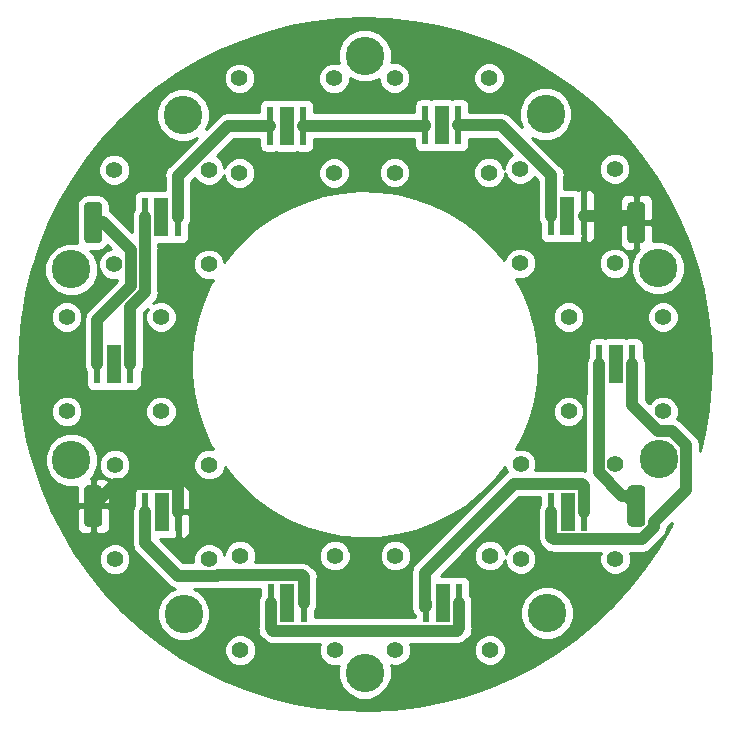
<source format=gbr>
G04 #@! TF.GenerationSoftware,KiCad,Pcbnew,(5.0.0)*
G04 #@! TF.CreationDate,2019-06-16T21:50:45-07:00*
G04 #@! TF.ProjectId,ring_illuminator,72696E675F696C6C756D696E61746F72,rev?*
G04 #@! TF.SameCoordinates,Original*
G04 #@! TF.FileFunction,Copper,L1,Top,Signal*
G04 #@! TF.FilePolarity,Positive*
%FSLAX46Y46*%
G04 Gerber Fmt 4.6, Leading zero omitted, Abs format (unit mm)*
G04 Created by KiCad (PCBNEW (5.0.0)) date 06/16/19 21:50:45*
%MOMM*%
%LPD*%
G01*
G04 APERTURE LIST*
G04 #@! TA.AperFunction,Conductor*
%ADD10C,0.100000*%
G04 #@! TD*
G04 #@! TA.AperFunction,SMDPad,CuDef*
%ADD11C,1.524000*%
G04 #@! TD*
G04 #@! TA.AperFunction,ComponentPad*
%ADD12C,1.400000*%
G04 #@! TD*
G04 #@! TA.AperFunction,SMDPad,CuDef*
%ADD13R,1.300000X3.300000*%
G04 #@! TD*
G04 #@! TA.AperFunction,SMDPad,CuDef*
%ADD14R,0.600000X3.300000*%
G04 #@! TD*
G04 #@! TA.AperFunction,ComponentPad*
%ADD15C,3.260000*%
G04 #@! TD*
G04 #@! TA.AperFunction,Conductor*
%ADD16C,1.000000*%
G04 #@! TD*
G04 #@! TA.AperFunction,Conductor*
%ADD17C,0.254000*%
G04 #@! TD*
G04 APERTURE END LIST*
D10*
G04 #@! TO.N,VLED1*
G04 #@! TO.C,J17*
G36*
X23418345Y-10251835D02*
X23455329Y-10257321D01*
X23491598Y-10266406D01*
X23526802Y-10279002D01*
X23560602Y-10294988D01*
X23592672Y-10314210D01*
X23622704Y-10336483D01*
X23650408Y-10361592D01*
X23675517Y-10389296D01*
X23697790Y-10419328D01*
X23717012Y-10451398D01*
X23732998Y-10485198D01*
X23745594Y-10520402D01*
X23754679Y-10556671D01*
X23760165Y-10593655D01*
X23762000Y-10631000D01*
X23762000Y-13369000D01*
X23760165Y-13406345D01*
X23754679Y-13443329D01*
X23745594Y-13479598D01*
X23732998Y-13514802D01*
X23717012Y-13548602D01*
X23697790Y-13580672D01*
X23675517Y-13610704D01*
X23650408Y-13638408D01*
X23622704Y-13663517D01*
X23592672Y-13685790D01*
X23560602Y-13705012D01*
X23526802Y-13720998D01*
X23491598Y-13733594D01*
X23455329Y-13742679D01*
X23418345Y-13748165D01*
X23381000Y-13750000D01*
X22619000Y-13750000D01*
X22581655Y-13748165D01*
X22544671Y-13742679D01*
X22508402Y-13733594D01*
X22473198Y-13720998D01*
X22439398Y-13705012D01*
X22407328Y-13685790D01*
X22377296Y-13663517D01*
X22349592Y-13638408D01*
X22324483Y-13610704D01*
X22302210Y-13580672D01*
X22282988Y-13548602D01*
X22267002Y-13514802D01*
X22254406Y-13479598D01*
X22245321Y-13443329D01*
X22239835Y-13406345D01*
X22238000Y-13369000D01*
X22238000Y-10631000D01*
X22239835Y-10593655D01*
X22245321Y-10556671D01*
X22254406Y-10520402D01*
X22267002Y-10485198D01*
X22282988Y-10451398D01*
X22302210Y-10419328D01*
X22324483Y-10389296D01*
X22349592Y-10361592D01*
X22377296Y-10336483D01*
X22407328Y-10314210D01*
X22439398Y-10294988D01*
X22473198Y-10279002D01*
X22508402Y-10266406D01*
X22544671Y-10257321D01*
X22581655Y-10251835D01*
X22619000Y-10250000D01*
X23381000Y-10250000D01*
X23418345Y-10251835D01*
X23418345Y-10251835D01*
G37*
D11*
G04 #@! TD*
G04 #@! TO.P,J17,1*
G04 #@! TO.N,VLED1*
X23000000Y-12000000D03*
D10*
G04 #@! TO.N,PGND*
G04 #@! TO.C,J1*
G36*
X-22581655Y-10251835D02*
X-22544671Y-10257321D01*
X-22508402Y-10266406D01*
X-22473198Y-10279002D01*
X-22439398Y-10294988D01*
X-22407328Y-10314210D01*
X-22377296Y-10336483D01*
X-22349592Y-10361592D01*
X-22324483Y-10389296D01*
X-22302210Y-10419328D01*
X-22282988Y-10451398D01*
X-22267002Y-10485198D01*
X-22254406Y-10520402D01*
X-22245321Y-10556671D01*
X-22239835Y-10593655D01*
X-22238000Y-10631000D01*
X-22238000Y-13369000D01*
X-22239835Y-13406345D01*
X-22245321Y-13443329D01*
X-22254406Y-13479598D01*
X-22267002Y-13514802D01*
X-22282988Y-13548602D01*
X-22302210Y-13580672D01*
X-22324483Y-13610704D01*
X-22349592Y-13638408D01*
X-22377296Y-13663517D01*
X-22407328Y-13685790D01*
X-22439398Y-13705012D01*
X-22473198Y-13720998D01*
X-22508402Y-13733594D01*
X-22544671Y-13742679D01*
X-22581655Y-13748165D01*
X-22619000Y-13750000D01*
X-23381000Y-13750000D01*
X-23418345Y-13748165D01*
X-23455329Y-13742679D01*
X-23491598Y-13733594D01*
X-23526802Y-13720998D01*
X-23560602Y-13705012D01*
X-23592672Y-13685790D01*
X-23622704Y-13663517D01*
X-23650408Y-13638408D01*
X-23675517Y-13610704D01*
X-23697790Y-13580672D01*
X-23717012Y-13548602D01*
X-23732998Y-13514802D01*
X-23745594Y-13479598D01*
X-23754679Y-13443329D01*
X-23760165Y-13406345D01*
X-23762000Y-13369000D01*
X-23762000Y-10631000D01*
X-23760165Y-10593655D01*
X-23754679Y-10556671D01*
X-23745594Y-10520402D01*
X-23732998Y-10485198D01*
X-23717012Y-10451398D01*
X-23697790Y-10419328D01*
X-23675517Y-10389296D01*
X-23650408Y-10361592D01*
X-23622704Y-10336483D01*
X-23592672Y-10314210D01*
X-23560602Y-10294988D01*
X-23526802Y-10279002D01*
X-23491598Y-10266406D01*
X-23455329Y-10257321D01*
X-23418345Y-10251835D01*
X-23381000Y-10250000D01*
X-22619000Y-10250000D01*
X-22581655Y-10251835D01*
X-22581655Y-10251835D01*
G37*
D11*
G04 #@! TD*
G04 #@! TO.P,J1,1*
G04 #@! TO.N,PGND*
X-23000000Y-12000000D03*
D12*
G04 #@! TO.P,D4,*
G04 #@! TO.N,*
X-10547000Y-24216000D03*
X-2547000Y-24216000D03*
X-2547000Y-16216000D03*
X-10547000Y-16216000D03*
D13*
G04 #@! TO.P,D4,3*
G04 #@! TO.N,N/C*
X-6547000Y-20216000D03*
D14*
G04 #@! TO.P,D4,2*
G04 #@! TO.N,Net-(D3-Pad1)*
X-7947000Y-20216000D03*
G04 #@! TO.P,D4,1*
G04 #@! TO.N,Net-(D4-Pad1)*
X-5147000Y-20216000D03*
G04 #@! TD*
D12*
G04 #@! TO.P,D9,*
G04 #@! TO.N,*
X2515000Y16227000D03*
X10515000Y16227000D03*
X10515000Y24227000D03*
X2515000Y24227000D03*
D13*
G04 #@! TO.P,D9,3*
G04 #@! TO.N,N/C*
X6515000Y20227000D03*
D14*
G04 #@! TO.P,D9,2*
G04 #@! TO.N,Net-(D8-Pad1)*
X5115000Y20227000D03*
G04 #@! TO.P,D9,1*
G04 #@! TO.N,Net-(D10-Pad2)*
X7915000Y20227000D03*
G04 #@! TD*
D12*
G04 #@! TO.P,D8,*
G04 #@! TO.N,*
X-10612000Y16195000D03*
X-2612000Y16195000D03*
X-2612000Y24195000D03*
X-10612000Y24195000D03*
D13*
G04 #@! TO.P,D8,3*
G04 #@! TO.N,N/C*
X-6612000Y20195000D03*
D14*
G04 #@! TO.P,D8,2*
G04 #@! TO.N,Net-(D7-Pad1)*
X-8012000Y20195000D03*
G04 #@! TO.P,D8,1*
G04 #@! TO.N,Net-(D8-Pad1)*
X-5212000Y20195000D03*
G04 #@! TD*
D12*
G04 #@! TO.P,D3,*
G04 #@! TO.N,*
X2579000Y-24206000D03*
X10579000Y-24206000D03*
X10579000Y-16206000D03*
X2579000Y-16206000D03*
D13*
G04 #@! TO.P,D3,3*
G04 #@! TO.N,N/C*
X6579000Y-20206000D03*
D14*
G04 #@! TO.P,D3,2*
G04 #@! TO.N,Net-(D2-Pad1)*
X5179000Y-20206000D03*
G04 #@! TO.P,D3,1*
G04 #@! TO.N,Net-(D3-Pad1)*
X7979000Y-20206000D03*
G04 #@! TD*
D12*
G04 #@! TO.P,D2,*
G04 #@! TO.N,*
X13196000Y-16485000D03*
X21196000Y-16485000D03*
X21196000Y-8485000D03*
X13196000Y-8485000D03*
D13*
G04 #@! TO.P,D2,3*
G04 #@! TO.N,N/C*
X17196000Y-12485000D03*
D14*
G04 #@! TO.P,D2,2*
G04 #@! TO.N,Net-(D1-Pad1)*
X15796000Y-12485000D03*
G04 #@! TO.P,D2,1*
G04 #@! TO.N,Net-(D2-Pad1)*
X18596000Y-12485000D03*
G04 #@! TD*
D12*
G04 #@! TO.P,D1,*
G04 #@! TO.N,*
X17250000Y-4000000D03*
X25250000Y-4000000D03*
X25250000Y4000000D03*
X17250000Y4000000D03*
D13*
G04 #@! TO.P,D1,3*
G04 #@! TO.N,N/C*
X21250000Y0D03*
D14*
G04 #@! TO.P,D1,2*
G04 #@! TO.N,VLED1*
X19850000Y0D03*
G04 #@! TO.P,D1,1*
G04 #@! TO.N,Net-(D1-Pad1)*
X22650000Y0D03*
G04 #@! TD*
D12*
G04 #@! TO.P,D5,*
G04 #@! TO.N,*
X-21176000Y-16512000D03*
X-13176000Y-16512000D03*
X-13176000Y-8512000D03*
X-21176000Y-8512000D03*
D13*
G04 #@! TO.P,D5,3*
G04 #@! TO.N,N/C*
X-17176000Y-12512000D03*
D14*
G04 #@! TO.P,D5,2*
G04 #@! TO.N,Net-(D4-Pad1)*
X-18576000Y-12512000D03*
G04 #@! TO.P,D5,1*
G04 #@! TO.N,PGND*
X-15776000Y-12512000D03*
G04 #@! TD*
D12*
G04 #@! TO.P,D6,*
G04 #@! TO.N,*
X-25250000Y-4000000D03*
X-17250000Y-4000000D03*
X-17250000Y4000000D03*
X-25250000Y4000000D03*
D13*
G04 #@! TO.P,D6,3*
G04 #@! TO.N,N/C*
X-21250000Y0D03*
D14*
G04 #@! TO.P,D6,2*
G04 #@! TO.N,VLED2*
X-22650000Y0D03*
G04 #@! TO.P,D6,1*
G04 #@! TO.N,Net-(D6-Pad1)*
X-19850000Y0D03*
G04 #@! TD*
D12*
G04 #@! TO.P,D7,*
G04 #@! TO.N,*
X-21216000Y8458000D03*
X-13216000Y8458000D03*
X-13216000Y16458000D03*
X-21216000Y16458000D03*
D13*
G04 #@! TO.P,D7,3*
G04 #@! TO.N,N/C*
X-17216000Y12458000D03*
D14*
G04 #@! TO.P,D7,2*
G04 #@! TO.N,Net-(D6-Pad1)*
X-18616000Y12458000D03*
G04 #@! TO.P,D7,1*
G04 #@! TO.N,Net-(D7-Pad1)*
X-15816000Y12458000D03*
G04 #@! TD*
D12*
G04 #@! TO.P,D10,*
G04 #@! TO.N,*
X13156000Y8540000D03*
X21156000Y8540000D03*
X21156000Y16540000D03*
X13156000Y16540000D03*
D13*
G04 #@! TO.P,D10,3*
G04 #@! TO.N,N/C*
X17156000Y12540000D03*
D14*
G04 #@! TO.P,D10,2*
G04 #@! TO.N,Net-(D10-Pad2)*
X15756000Y12540000D03*
G04 #@! TO.P,D10,1*
G04 #@! TO.N,PGND*
X18556000Y12540000D03*
G04 #@! TD*
D10*
G04 #@! TO.N,PGND*
G04 #@! TO.C,J15*
G36*
X23418345Y13748165D02*
X23455329Y13742679D01*
X23491598Y13733594D01*
X23526802Y13720998D01*
X23560602Y13705012D01*
X23592672Y13685790D01*
X23622704Y13663517D01*
X23650408Y13638408D01*
X23675517Y13610704D01*
X23697790Y13580672D01*
X23717012Y13548602D01*
X23732998Y13514802D01*
X23745594Y13479598D01*
X23754679Y13443329D01*
X23760165Y13406345D01*
X23762000Y13369000D01*
X23762000Y10631000D01*
X23760165Y10593655D01*
X23754679Y10556671D01*
X23745594Y10520402D01*
X23732998Y10485198D01*
X23717012Y10451398D01*
X23697790Y10419328D01*
X23675517Y10389296D01*
X23650408Y10361592D01*
X23622704Y10336483D01*
X23592672Y10314210D01*
X23560602Y10294988D01*
X23526802Y10279002D01*
X23491598Y10266406D01*
X23455329Y10257321D01*
X23418345Y10251835D01*
X23381000Y10250000D01*
X22619000Y10250000D01*
X22581655Y10251835D01*
X22544671Y10257321D01*
X22508402Y10266406D01*
X22473198Y10279002D01*
X22439398Y10294988D01*
X22407328Y10314210D01*
X22377296Y10336483D01*
X22349592Y10361592D01*
X22324483Y10389296D01*
X22302210Y10419328D01*
X22282988Y10451398D01*
X22267002Y10485198D01*
X22254406Y10520402D01*
X22245321Y10556671D01*
X22239835Y10593655D01*
X22238000Y10631000D01*
X22238000Y13369000D01*
X22239835Y13406345D01*
X22245321Y13443329D01*
X22254406Y13479598D01*
X22267002Y13514802D01*
X22282988Y13548602D01*
X22302210Y13580672D01*
X22324483Y13610704D01*
X22349592Y13638408D01*
X22377296Y13663517D01*
X22407328Y13685790D01*
X22439398Y13705012D01*
X22473198Y13720998D01*
X22508402Y13733594D01*
X22544671Y13742679D01*
X22581655Y13748165D01*
X22619000Y13750000D01*
X23381000Y13750000D01*
X23418345Y13748165D01*
X23418345Y13748165D01*
G37*
D11*
G04 #@! TD*
G04 #@! TO.P,J15,1*
G04 #@! TO.N,PGND*
X23000000Y12000000D03*
D10*
G04 #@! TO.N,VLED2*
G04 #@! TO.C,J13*
G36*
X-22581655Y13748165D02*
X-22544671Y13742679D01*
X-22508402Y13733594D01*
X-22473198Y13720998D01*
X-22439398Y13705012D01*
X-22407328Y13685790D01*
X-22377296Y13663517D01*
X-22349592Y13638408D01*
X-22324483Y13610704D01*
X-22302210Y13580672D01*
X-22282988Y13548602D01*
X-22267002Y13514802D01*
X-22254406Y13479598D01*
X-22245321Y13443329D01*
X-22239835Y13406345D01*
X-22238000Y13369000D01*
X-22238000Y10631000D01*
X-22239835Y10593655D01*
X-22245321Y10556671D01*
X-22254406Y10520402D01*
X-22267002Y10485198D01*
X-22282988Y10451398D01*
X-22302210Y10419328D01*
X-22324483Y10389296D01*
X-22349592Y10361592D01*
X-22377296Y10336483D01*
X-22407328Y10314210D01*
X-22439398Y10294988D01*
X-22473198Y10279002D01*
X-22508402Y10266406D01*
X-22544671Y10257321D01*
X-22581655Y10251835D01*
X-22619000Y10250000D01*
X-23381000Y10250000D01*
X-23418345Y10251835D01*
X-23455329Y10257321D01*
X-23491598Y10266406D01*
X-23526802Y10279002D01*
X-23560602Y10294988D01*
X-23592672Y10314210D01*
X-23622704Y10336483D01*
X-23650408Y10361592D01*
X-23675517Y10389296D01*
X-23697790Y10419328D01*
X-23717012Y10451398D01*
X-23732998Y10485198D01*
X-23745594Y10520402D01*
X-23754679Y10556671D01*
X-23760165Y10593655D01*
X-23762000Y10631000D01*
X-23762000Y13369000D01*
X-23760165Y13406345D01*
X-23754679Y13443329D01*
X-23745594Y13479598D01*
X-23732998Y13514802D01*
X-23717012Y13548602D01*
X-23697790Y13580672D01*
X-23675517Y13610704D01*
X-23650408Y13638408D01*
X-23622704Y13663517D01*
X-23592672Y13685790D01*
X-23560602Y13705012D01*
X-23526802Y13720998D01*
X-23491598Y13733594D01*
X-23455329Y13742679D01*
X-23418345Y13748165D01*
X-23381000Y13750000D01*
X-22619000Y13750000D01*
X-22581655Y13748165D01*
X-22581655Y13748165D01*
G37*
D11*
G04 #@! TD*
G04 #@! TO.P,J13,1*
G04 #@! TO.N,VLED2*
X-23000000Y12000000D03*
D15*
G04 #@! TO.P,J11,1*
G04 #@! TO.N,Net-(J11-Pad1)*
X-24835000Y-8109000D03*
G04 #@! TD*
G04 #@! TO.P,J10,1*
G04 #@! TO.N,Net-(J10-Pad1)*
X0Y-26125000D03*
G04 #@! TD*
G04 #@! TO.P,J9,1*
G04 #@! TO.N,Net-(J9-Pad1)*
X0Y26125000D03*
G04 #@! TD*
G04 #@! TO.P,J8,1*
G04 #@! TO.N,Net-(J8-Pad1)*
X-15400000Y21104000D03*
G04 #@! TD*
G04 #@! TO.P,J7,1*
G04 #@! TO.N,Net-(J7-Pad1)*
X15433000Y-21079000D03*
G04 #@! TD*
G04 #@! TO.P,J6,1*
G04 #@! TO.N,Net-(J6-Pad1)*
X-24860500Y8029500D03*
G04 #@! TD*
G04 #@! TO.P,J5,1*
G04 #@! TO.N,Net-(J5-Pad1)*
X15299000Y21177000D03*
G04 #@! TD*
G04 #@! TO.P,J4,1*
G04 #@! TO.N,Net-(J4-Pad1)*
X-15332000Y-21153000D03*
G04 #@! TD*
G04 #@! TO.P,J3,1*
G04 #@! TO.N,Net-(J3-Pad1)*
X24873000Y-7990000D03*
G04 #@! TD*
G04 #@! TO.P,J12,1*
G04 #@! TO.N,Net-(J12-Pad1)*
X24821000Y8148000D03*
G04 #@! TD*
D16*
G04 #@! TO.N,PGND*
X-22167290Y-11167290D02*
X-23000000Y-12000000D01*
X-21161999Y-10161999D02*
X-22167290Y-11167290D01*
X-15965999Y-10161999D02*
X-21161999Y-10161999D01*
X-15776000Y-10351998D02*
X-15965999Y-10161999D01*
X-15776000Y-12512000D02*
X-15776000Y-10351998D01*
X22460000Y12540000D02*
X23000000Y12000000D01*
X18556000Y12540000D02*
X22460000Y12540000D01*
G04 #@! TO.N,Net-(D7-Pad1)*
X-9312000Y20195000D02*
X-8012000Y20195000D01*
X-11551002Y20195000D02*
X-9312000Y20195000D01*
X-15816000Y15930002D02*
X-11551002Y20195000D01*
X-15816000Y12458000D02*
X-15816000Y15930002D01*
G04 #@! TO.N,Net-(D8-Pad1)*
X5083000Y20195000D02*
X5115000Y20227000D01*
X-5212000Y20195000D02*
X5083000Y20195000D01*
G04 #@! TO.N,VLED2*
X-19815999Y9677999D02*
X-19815999Y6600001D01*
X-22138000Y12000000D02*
X-19815999Y9677999D01*
X-23000000Y12000000D02*
X-22138000Y12000000D01*
X-22650000Y3766000D02*
X-22650000Y0D01*
X-19815999Y6600001D02*
X-22650000Y3766000D01*
G04 #@! TO.N,Net-(D6-Pad1)*
X-18615988Y6102941D02*
X-18615988Y9807988D01*
X-18616000Y9808000D02*
X-18616000Y12458000D01*
X-18615988Y9807988D02*
X-18616000Y9808000D01*
X-19850000Y4868930D02*
X-18615988Y6102941D01*
X-19850000Y0D02*
X-19850000Y4868930D01*
G04 #@! TO.N,Net-(D10-Pad2)*
X15756000Y15190000D02*
X15756000Y12540000D01*
X15756000Y16012002D02*
X15756000Y15190000D01*
X11541002Y20227000D02*
X15756000Y16012002D01*
X7915000Y20227000D02*
X11541002Y20227000D01*
G04 #@! TO.N,Net-(D2-Pad1)*
X12600001Y-10134999D02*
X5080000Y-17655000D01*
X18406001Y-10134999D02*
X12600001Y-10134999D01*
X18596000Y-12485000D02*
X18596000Y-10324998D01*
X18596000Y-10324998D02*
X18406001Y-10134999D01*
X5080000Y-17655000D02*
X5080000Y-20574000D01*
X5179000Y-20475000D02*
X5179000Y-20206000D01*
X5080000Y-20574000D02*
X5179000Y-20475000D01*
G04 #@! TO.N,Net-(D3-Pad1)*
X-7947000Y-22376002D02*
X-7947000Y-20216000D01*
X-7757001Y-22566001D02*
X-7947000Y-22376002D01*
X7779001Y-22566001D02*
X-7757001Y-22566001D01*
X7979000Y-22366002D02*
X7779001Y-22566001D01*
X7979000Y-20206000D02*
X7979000Y-22366002D01*
G04 #@! TO.N,Net-(D1-Pad1)*
X22650000Y0D02*
X22650000Y-3472002D01*
X15796000Y-14645002D02*
X15796000Y-12485000D01*
X15985999Y-14835001D02*
X15796000Y-14645002D01*
X24462010Y-13816772D02*
X23443781Y-14835001D01*
X24462010Y-13383990D02*
X24462010Y-13816772D01*
X27203001Y-10642999D02*
X24462010Y-13383990D01*
X27203001Y-6871599D02*
X27203001Y-10642999D01*
X25991401Y-5659999D02*
X27203001Y-6871599D01*
X23443781Y-14835001D02*
X15985999Y-14835001D01*
X24837997Y-5659999D02*
X25991401Y-5659999D01*
X22650000Y-3472002D02*
X24837997Y-5659999D01*
G04 #@! TO.N,VLED1*
X22167290Y-11167290D02*
X23000000Y-12000000D01*
X21806288Y-11167290D02*
X22167290Y-11167290D01*
X19795999Y-9157001D02*
X21806288Y-11167290D01*
X19795999Y-2704001D02*
X19795999Y-9157001D01*
X19850000Y-2650000D02*
X19795999Y-2704001D01*
X19850000Y0D02*
X19850000Y-2650000D01*
G04 #@! TO.N,Net-(D4-Pad1)*
X-18576000Y-15162000D02*
X-18576000Y-12512000D01*
X-15825999Y-17912001D02*
X-18576000Y-15162000D01*
X-12503999Y-17912001D02*
X-15825999Y-17912001D01*
X-12457997Y-17865999D02*
X-12503999Y-17912001D01*
X-5336999Y-17865999D02*
X-12457997Y-17865999D01*
X-5147000Y-18055998D02*
X-5336999Y-17865999D01*
X-5147000Y-20216000D02*
X-5147000Y-18055998D01*
G04 #@! TD*
D17*
G04 #@! TO.N,PGND*
G36*
X1992168Y29222173D02*
X4076380Y29004952D01*
X6139728Y28639271D01*
X8171649Y28127002D01*
X10161745Y27470767D01*
X12099829Y26673924D01*
X13975980Y25740553D01*
X15780596Y24675431D01*
X17504441Y23484009D01*
X19138689Y22172385D01*
X20674978Y20747274D01*
X22105444Y19215969D01*
X23422764Y17586308D01*
X24620196Y15866633D01*
X25691611Y14065746D01*
X26631526Y12192864D01*
X27435128Y10257574D01*
X28098306Y8269781D01*
X28617665Y6239660D01*
X28990546Y4177601D01*
X29215041Y2094160D01*
X29290000Y0D01*
X29241432Y-1686050D01*
X29046048Y-3772423D01*
X28701995Y-5839487D01*
X28338001Y-7349824D01*
X28338001Y-6983381D01*
X28360236Y-6871598D01*
X28272147Y-6428744D01*
X28021290Y-6053310D01*
X27926522Y-5989988D01*
X26873014Y-4936481D01*
X26809690Y-4841710D01*
X26446786Y-4599225D01*
X26585000Y-4265548D01*
X26585000Y-3734452D01*
X26381758Y-3243783D01*
X26006217Y-2868242D01*
X25515548Y-2665000D01*
X24984452Y-2665000D01*
X24493783Y-2868242D01*
X24118242Y-3243783D01*
X24091492Y-3308363D01*
X23785000Y-3001871D01*
X23785000Y111783D01*
X23719146Y442855D01*
X23597440Y625001D01*
X23597440Y1650000D01*
X23548157Y1897765D01*
X23407809Y2107809D01*
X23197765Y2248157D01*
X22950000Y2297440D01*
X22350000Y2297440D01*
X22125000Y2252685D01*
X21900000Y2297440D01*
X20600000Y2297440D01*
X20375000Y2252685D01*
X20150000Y2297440D01*
X19550000Y2297440D01*
X19302235Y2248157D01*
X19092191Y2107809D01*
X18951843Y1897765D01*
X18902560Y1650000D01*
X18902560Y625000D01*
X18780854Y442854D01*
X18715000Y111782D01*
X18715001Y-2320732D01*
X18638764Y-2704001D01*
X18660999Y-2815784D01*
X18661000Y-9028486D01*
X18517784Y-8999999D01*
X18406001Y-8977764D01*
X18294218Y-8999999D01*
X14427674Y-8999999D01*
X14531000Y-8750548D01*
X14531000Y-8219452D01*
X14327758Y-7728783D01*
X13952217Y-7353242D01*
X13461548Y-7150000D01*
X12930452Y-7150000D01*
X12842166Y-7186569D01*
X13414370Y-6085028D01*
X13985037Y-4625109D01*
X14227858Y-3734452D01*
X15915000Y-3734452D01*
X15915000Y-4265548D01*
X16118242Y-4756217D01*
X16493783Y-5131758D01*
X16984452Y-5335000D01*
X17515548Y-5335000D01*
X18006217Y-5131758D01*
X18381758Y-4756217D01*
X18585000Y-4265548D01*
X18585000Y-3734452D01*
X18381758Y-3243783D01*
X18006217Y-2868242D01*
X17515548Y-2665000D01*
X16984452Y-2665000D01*
X16493783Y-2868242D01*
X16118242Y-3243783D01*
X15915000Y-3734452D01*
X14227858Y-3734452D01*
X14397336Y-3112814D01*
X14646598Y-1565270D01*
X14730000Y0D01*
X14729978Y25709D01*
X14643844Y1590831D01*
X14391881Y3137938D01*
X14082345Y4265548D01*
X15915000Y4265548D01*
X15915000Y3734452D01*
X16118242Y3243783D01*
X16493783Y2868242D01*
X16984452Y2665000D01*
X17515548Y2665000D01*
X18006217Y2868242D01*
X18381758Y3243783D01*
X18585000Y3734452D01*
X18585000Y4265548D01*
X23915000Y4265548D01*
X23915000Y3734452D01*
X24118242Y3243783D01*
X24493783Y2868242D01*
X24984452Y2665000D01*
X25515548Y2665000D01*
X26006217Y2868242D01*
X26381758Y3243783D01*
X26585000Y3734452D01*
X26585000Y4265548D01*
X26381758Y4756217D01*
X26006217Y5131758D01*
X25515548Y5335000D01*
X24984452Y5335000D01*
X24493783Y5131758D01*
X24118242Y4756217D01*
X23915000Y4265548D01*
X18585000Y4265548D01*
X18381758Y4756217D01*
X18006217Y5131758D01*
X17515548Y5335000D01*
X16984452Y5335000D01*
X16493783Y5131758D01*
X16118242Y4756217D01*
X15915000Y4265548D01*
X14082345Y4265548D01*
X13976944Y4649510D01*
X13403730Y6108431D01*
X12815473Y7236057D01*
X12890452Y7205000D01*
X13421548Y7205000D01*
X13912217Y7408242D01*
X14287758Y7783783D01*
X14491000Y8274452D01*
X14491000Y8805548D01*
X19821000Y8805548D01*
X19821000Y8274452D01*
X20024242Y7783783D01*
X20399783Y7408242D01*
X20890452Y7205000D01*
X21421548Y7205000D01*
X21912217Y7408242D01*
X22287758Y7783783D01*
X22491000Y8274452D01*
X22491000Y8598537D01*
X22556000Y8598537D01*
X22556000Y7697463D01*
X22900826Y6864981D01*
X23537981Y6227826D01*
X24370463Y5883000D01*
X25271537Y5883000D01*
X26104019Y6227826D01*
X26741174Y6864981D01*
X27086000Y7697463D01*
X27086000Y8598537D01*
X26741174Y9431019D01*
X26104019Y10068174D01*
X25271537Y10413000D01*
X24397000Y10413000D01*
X24397000Y11714250D01*
X24238250Y11873000D01*
X23127000Y11873000D01*
X23127000Y9773750D01*
X23185279Y9715472D01*
X22900826Y9431019D01*
X22556000Y8598537D01*
X22491000Y8598537D01*
X22491000Y8805548D01*
X22287758Y9296217D01*
X21912217Y9671758D01*
X21421548Y9875000D01*
X20890452Y9875000D01*
X20399783Y9671758D01*
X20024242Y9296217D01*
X19821000Y8805548D01*
X14491000Y8805548D01*
X14287758Y9296217D01*
X13912217Y9671758D01*
X13421548Y9875000D01*
X12890452Y9875000D01*
X12399783Y9671758D01*
X12024242Y9296217D01*
X11821000Y8805548D01*
X11821000Y8786726D01*
X11810155Y8803018D01*
X10807841Y10008170D01*
X9683137Y11099989D01*
X8448781Y12066110D01*
X7118750Y12895592D01*
X5708105Y13579044D01*
X4232820Y14108725D01*
X2709603Y14478638D01*
X1155702Y14684592D01*
X-411286Y14724257D01*
X-1973617Y14597183D01*
X-3513598Y14304808D01*
X-5013791Y13850444D01*
X-6457207Y13239236D01*
X-7827501Y12478106D01*
X-9109156Y11575672D01*
X-10287657Y10542154D01*
X-11349660Y9389255D01*
X-11881000Y8672499D01*
X-11881000Y8723548D01*
X-12084242Y9214217D01*
X-12459783Y9589758D01*
X-12950452Y9793000D01*
X-13481548Y9793000D01*
X-13972217Y9589758D01*
X-14347758Y9214217D01*
X-14551000Y8723548D01*
X-14551000Y8192452D01*
X-14347758Y7701783D01*
X-13972217Y7326242D01*
X-13481548Y7123000D01*
X-12950452Y7123000D01*
X-12850901Y7164235D01*
X-13077521Y6778743D01*
X-13723812Y5350691D01*
X-14214693Y3862047D01*
X-14544605Y2329668D01*
X-14709813Y770909D01*
X-14708445Y-796581D01*
X-14540517Y-2355050D01*
X-14207931Y-3886850D01*
X-13714452Y-5374635D01*
X-13065670Y-6801557D01*
X-12822597Y-7213391D01*
X-12910452Y-7177000D01*
X-13441548Y-7177000D01*
X-13932217Y-7380242D01*
X-14307758Y-7755783D01*
X-14511000Y-8246452D01*
X-14511000Y-8777548D01*
X-14307758Y-9268217D01*
X-13932217Y-9643758D01*
X-13441548Y-9847000D01*
X-12910452Y-9847000D01*
X-12419783Y-9643758D01*
X-12044242Y-9268217D01*
X-11841000Y-8777548D01*
X-11841000Y-8726616D01*
X-11333255Y-9409050D01*
X-10269242Y-10560093D01*
X-9088938Y-11591553D01*
X-7805711Y-12491748D01*
X-6434090Y-13250486D01*
X-4989610Y-13859174D01*
X-3488626Y-14310919D01*
X-1948137Y-14600605D01*
X-385586Y-14724952D01*
X1181330Y-14682553D01*
X2734869Y-14473886D01*
X4257438Y-14101316D01*
X5731796Y-13569061D01*
X7141246Y-12883148D01*
X8469827Y-12051345D01*
X9702496Y-11083072D01*
X10825292Y-9989292D01*
X11825501Y-8782392D01*
X11861000Y-8728860D01*
X11861000Y-8750548D01*
X12027489Y-9152487D01*
X11781712Y-9316710D01*
X11718390Y-9411478D01*
X4356482Y-16773387D01*
X4261711Y-16836711D01*
X4010855Y-17212145D01*
X4010854Y-17212146D01*
X3922765Y-17655000D01*
X3945000Y-17766783D01*
X3945001Y-20462212D01*
X3922765Y-20574000D01*
X4010854Y-21016854D01*
X4010855Y-21016855D01*
X4231560Y-21347163D01*
X4231560Y-21431001D01*
X-4199560Y-21431001D01*
X-4199560Y-20841001D01*
X-4077854Y-20658855D01*
X-4012000Y-20327783D01*
X-4012000Y-18167780D01*
X-3989765Y-18055997D01*
X-4077854Y-17613144D01*
X-4077854Y-17613143D01*
X-4328711Y-17237709D01*
X-4423482Y-17174385D01*
X-4455386Y-17142481D01*
X-4518710Y-17047710D01*
X-4894144Y-16796853D01*
X-5225216Y-16730999D01*
X-5336999Y-16708764D01*
X-5448782Y-16730999D01*
X-9315326Y-16730999D01*
X-9212000Y-16481548D01*
X-9212000Y-15950452D01*
X-3882000Y-15950452D01*
X-3882000Y-16481548D01*
X-3678758Y-16972217D01*
X-3303217Y-17347758D01*
X-2812548Y-17551000D01*
X-2281452Y-17551000D01*
X-1790783Y-17347758D01*
X-1415242Y-16972217D01*
X-1212000Y-16481548D01*
X-1212000Y-15950452D01*
X-1216142Y-15940452D01*
X1244000Y-15940452D01*
X1244000Y-16471548D01*
X1447242Y-16962217D01*
X1822783Y-17337758D01*
X2313452Y-17541000D01*
X2844548Y-17541000D01*
X3335217Y-17337758D01*
X3710758Y-16962217D01*
X3914000Y-16471548D01*
X3914000Y-15940452D01*
X3710758Y-15449783D01*
X3335217Y-15074242D01*
X2844548Y-14871000D01*
X2313452Y-14871000D01*
X1822783Y-15074242D01*
X1447242Y-15449783D01*
X1244000Y-15940452D01*
X-1216142Y-15940452D01*
X-1415242Y-15459783D01*
X-1790783Y-15084242D01*
X-2281452Y-14881000D01*
X-2812548Y-14881000D01*
X-3303217Y-15084242D01*
X-3678758Y-15459783D01*
X-3882000Y-15950452D01*
X-9212000Y-15950452D01*
X-9415242Y-15459783D01*
X-9790783Y-15084242D01*
X-10281452Y-14881000D01*
X-10812548Y-14881000D01*
X-11303217Y-15084242D01*
X-11678758Y-15459783D01*
X-11882000Y-15950452D01*
X-11882000Y-16147469D01*
X-12044242Y-15755783D01*
X-12419783Y-15380242D01*
X-12910452Y-15177000D01*
X-13441548Y-15177000D01*
X-13932217Y-15380242D01*
X-14307758Y-15755783D01*
X-14511000Y-16246452D01*
X-14511000Y-16777001D01*
X-15355867Y-16777001D01*
X-17323429Y-14809440D01*
X-16526000Y-14809440D01*
X-16287032Y-14761907D01*
X-16202309Y-14797000D01*
X-16061750Y-14797000D01*
X-15903000Y-14638250D01*
X-15903000Y-14284869D01*
X-15878560Y-14162000D01*
X-15878560Y-12639000D01*
X-15649000Y-12639000D01*
X-15649000Y-14638250D01*
X-15490250Y-14797000D01*
X-15349691Y-14797000D01*
X-15116302Y-14700327D01*
X-14937673Y-14521699D01*
X-14841000Y-14288310D01*
X-14841000Y-12797750D01*
X-14999750Y-12639000D01*
X-15649000Y-12639000D01*
X-15878560Y-12639000D01*
X-15878560Y-10862000D01*
X-15903000Y-10739131D01*
X-15903000Y-10385750D01*
X-15649000Y-10385750D01*
X-15649000Y-12385000D01*
X-14999750Y-12385000D01*
X-14841000Y-12226250D01*
X-14841000Y-10735690D01*
X-14937673Y-10502301D01*
X-15116302Y-10323673D01*
X-15349691Y-10227000D01*
X-15490250Y-10227000D01*
X-15649000Y-10385750D01*
X-15903000Y-10385750D01*
X-16061750Y-10227000D01*
X-16202309Y-10227000D01*
X-16287032Y-10262093D01*
X-16526000Y-10214560D01*
X-17826000Y-10214560D01*
X-18051000Y-10259315D01*
X-18276000Y-10214560D01*
X-18876000Y-10214560D01*
X-19123765Y-10263843D01*
X-19333809Y-10404191D01*
X-19474157Y-10614235D01*
X-19523440Y-10862000D01*
X-19523440Y-11887001D01*
X-19645145Y-12069145D01*
X-19710999Y-12400217D01*
X-19711000Y-15050217D01*
X-19733235Y-15162000D01*
X-19661759Y-15521335D01*
X-19645146Y-15604854D01*
X-19394289Y-15980289D01*
X-19299518Y-16043613D01*
X-16707610Y-18635522D01*
X-16644288Y-18730290D01*
X-16268854Y-18981147D01*
X-16092230Y-19016279D01*
X-16615019Y-19232826D01*
X-17252174Y-19869981D01*
X-17597000Y-20702463D01*
X-17597000Y-21603537D01*
X-17252174Y-22436019D01*
X-16615019Y-23073174D01*
X-15782537Y-23418000D01*
X-14881463Y-23418000D01*
X-14048981Y-23073174D01*
X-13411826Y-22436019D01*
X-13067000Y-21603537D01*
X-13067000Y-20702463D01*
X-13411826Y-19869981D01*
X-14048981Y-19232826D01*
X-14497601Y-19047001D01*
X-12615782Y-19047001D01*
X-12503999Y-19069236D01*
X-12392216Y-19047001D01*
X-12160947Y-19000999D01*
X-8894440Y-19000999D01*
X-8894440Y-19591001D01*
X-9016145Y-19773145D01*
X-9081999Y-20104217D01*
X-9082000Y-22264218D01*
X-9104235Y-22376002D01*
X-9082000Y-22487784D01*
X-9016146Y-22818856D01*
X-8765289Y-23194291D01*
X-8670518Y-23257615D01*
X-8638614Y-23289519D01*
X-8575290Y-23384290D01*
X-8199856Y-23635147D01*
X-8017521Y-23671416D01*
X-7757002Y-23723236D01*
X-7645219Y-23701001D01*
X-3778674Y-23701001D01*
X-3882000Y-23950452D01*
X-3882000Y-24481548D01*
X-3678758Y-24972217D01*
X-3303217Y-25347758D01*
X-2812548Y-25551000D01*
X-2281452Y-25551000D01*
X-2199861Y-25517204D01*
X-2265000Y-25674463D01*
X-2265000Y-26575537D01*
X-1920174Y-27408019D01*
X-1283019Y-28045174D01*
X-450537Y-28390000D01*
X450537Y-28390000D01*
X1283019Y-28045174D01*
X1920174Y-27408019D01*
X2265000Y-26575537D01*
X2265000Y-25674463D01*
X2188234Y-25489133D01*
X2313452Y-25541000D01*
X2844548Y-25541000D01*
X3335217Y-25337758D01*
X3710758Y-24962217D01*
X3914000Y-24471548D01*
X3914000Y-23940452D01*
X9244000Y-23940452D01*
X9244000Y-24471548D01*
X9447242Y-24962217D01*
X9822783Y-25337758D01*
X10313452Y-25541000D01*
X10844548Y-25541000D01*
X11335217Y-25337758D01*
X11710758Y-24962217D01*
X11914000Y-24471548D01*
X11914000Y-23940452D01*
X11710758Y-23449783D01*
X11335217Y-23074242D01*
X10844548Y-22871000D01*
X10313452Y-22871000D01*
X9822783Y-23074242D01*
X9447242Y-23449783D01*
X9244000Y-23940452D01*
X3914000Y-23940452D01*
X3814816Y-23701001D01*
X7667218Y-23701001D01*
X7779001Y-23723236D01*
X7890784Y-23701001D01*
X8221856Y-23635147D01*
X8597290Y-23384290D01*
X8660614Y-23289519D01*
X8702518Y-23247615D01*
X8797289Y-23184291D01*
X9048146Y-22808857D01*
X9114000Y-22477785D01*
X9136235Y-22366003D01*
X9114000Y-22254221D01*
X9114000Y-20628463D01*
X13168000Y-20628463D01*
X13168000Y-21529537D01*
X13512826Y-22362019D01*
X14149981Y-22999174D01*
X14982463Y-23344000D01*
X15883537Y-23344000D01*
X16716019Y-22999174D01*
X17353174Y-22362019D01*
X17698000Y-21529537D01*
X17698000Y-20628463D01*
X17353174Y-19795981D01*
X16716019Y-19158826D01*
X15883537Y-18814000D01*
X14982463Y-18814000D01*
X14149981Y-19158826D01*
X13512826Y-19795981D01*
X13168000Y-20628463D01*
X9114000Y-20628463D01*
X9114000Y-20094217D01*
X9048146Y-19763145D01*
X8926440Y-19580999D01*
X8926440Y-18556000D01*
X8877157Y-18308235D01*
X8736809Y-18098191D01*
X8526765Y-17957843D01*
X8279000Y-17908560D01*
X7679000Y-17908560D01*
X7454000Y-17953315D01*
X7229000Y-17908560D01*
X6431571Y-17908560D01*
X8399679Y-15940452D01*
X9244000Y-15940452D01*
X9244000Y-16471548D01*
X9447242Y-16962217D01*
X9822783Y-17337758D01*
X10313452Y-17541000D01*
X10844548Y-17541000D01*
X11335217Y-17337758D01*
X11710758Y-16962217D01*
X11861000Y-16599501D01*
X11861000Y-16750548D01*
X12064242Y-17241217D01*
X12439783Y-17616758D01*
X12930452Y-17820000D01*
X13461548Y-17820000D01*
X13952217Y-17616758D01*
X14327758Y-17241217D01*
X14531000Y-16750548D01*
X14531000Y-16219452D01*
X14327758Y-15728783D01*
X13952217Y-15353242D01*
X13461548Y-15150000D01*
X12930452Y-15150000D01*
X12439783Y-15353242D01*
X12064242Y-15728783D01*
X11914000Y-16091499D01*
X11914000Y-15940452D01*
X11710758Y-15449783D01*
X11335217Y-15074242D01*
X10844548Y-14871000D01*
X10313452Y-14871000D01*
X9822783Y-15074242D01*
X9447242Y-15449783D01*
X9244000Y-15940452D01*
X8399679Y-15940452D01*
X13070133Y-11269999D01*
X14848560Y-11269999D01*
X14848560Y-11860001D01*
X14726855Y-12042145D01*
X14661001Y-12373217D01*
X14661000Y-14533218D01*
X14638765Y-14645002D01*
X14661000Y-14756784D01*
X14726854Y-15087856D01*
X14977711Y-15463291D01*
X15072482Y-15526615D01*
X15104386Y-15558519D01*
X15167710Y-15653290D01*
X15543144Y-15904147D01*
X15725479Y-15940416D01*
X15985998Y-15992236D01*
X16097781Y-15970001D01*
X19964326Y-15970001D01*
X19861000Y-16219452D01*
X19861000Y-16750548D01*
X20064242Y-17241217D01*
X20439783Y-17616758D01*
X20930452Y-17820000D01*
X21461548Y-17820000D01*
X21952217Y-17616758D01*
X22327758Y-17241217D01*
X22531000Y-16750548D01*
X22531000Y-16219452D01*
X22427674Y-15970001D01*
X23331998Y-15970001D01*
X23443781Y-15992236D01*
X23555564Y-15970001D01*
X23886636Y-15904147D01*
X24262070Y-15653290D01*
X24325394Y-15558520D01*
X25185531Y-14698383D01*
X25280299Y-14635061D01*
X25531156Y-14259626D01*
X25597010Y-13928554D01*
X25615492Y-13835639D01*
X26017100Y-13434031D01*
X25885495Y-13705664D01*
X24839329Y-15521335D01*
X23666024Y-17257561D01*
X22371586Y-18905456D01*
X20962640Y-20456584D01*
X19446399Y-21903006D01*
X17830622Y-23237319D01*
X16123581Y-24452694D01*
X14334012Y-25542909D01*
X12471075Y-26502384D01*
X10544307Y-27326209D01*
X8563567Y-28010166D01*
X6538996Y-28550755D01*
X4480955Y-28945209D01*
X2399979Y-29191509D01*
X306719Y-29288394D01*
X-1788112Y-29235368D01*
X-3873790Y-29032703D01*
X-5939640Y-28681436D01*
X-7975088Y-28183365D01*
X-9969717Y-27541039D01*
X-11913316Y-26757746D01*
X-13795938Y-25837496D01*
X-15607946Y-24784998D01*
X-16833640Y-23950452D01*
X-11882000Y-23950452D01*
X-11882000Y-24481548D01*
X-11678758Y-24972217D01*
X-11303217Y-25347758D01*
X-10812548Y-25551000D01*
X-10281452Y-25551000D01*
X-9790783Y-25347758D01*
X-9415242Y-24972217D01*
X-9212000Y-24481548D01*
X-9212000Y-23950452D01*
X-9415242Y-23459783D01*
X-9790783Y-23084242D01*
X-10281452Y-22881000D01*
X-10812548Y-22881000D01*
X-11303217Y-23084242D01*
X-11678758Y-23459783D01*
X-11882000Y-23950452D01*
X-16833640Y-23950452D01*
X-17340066Y-23605639D01*
X-18983432Y-22305457D01*
X-20529632Y-20891106D01*
X-21970753Y-19369825D01*
X-23299418Y-17749400D01*
X-24361597Y-16246452D01*
X-22511000Y-16246452D01*
X-22511000Y-16777548D01*
X-22307758Y-17268217D01*
X-21932217Y-17643758D01*
X-21441548Y-17847000D01*
X-20910452Y-17847000D01*
X-20419783Y-17643758D01*
X-20044242Y-17268217D01*
X-19841000Y-16777548D01*
X-19841000Y-16246452D01*
X-20044242Y-15755783D01*
X-20419783Y-15380242D01*
X-20910452Y-15177000D01*
X-21441548Y-15177000D01*
X-21932217Y-15380242D01*
X-22307758Y-15755783D01*
X-22511000Y-16246452D01*
X-24361597Y-16246452D01*
X-24508827Y-16038127D01*
X-25592788Y-14244763D01*
X-26545755Y-12378489D01*
X-26585024Y-12285750D01*
X-24397000Y-12285750D01*
X-24397000Y-13876310D01*
X-24300327Y-14109699D01*
X-24121698Y-14288327D01*
X-23888309Y-14385000D01*
X-23285750Y-14385000D01*
X-23127000Y-14226250D01*
X-23127000Y-12127000D01*
X-22873000Y-12127000D01*
X-22873000Y-14226250D01*
X-22714250Y-14385000D01*
X-22111691Y-14385000D01*
X-21878302Y-14288327D01*
X-21699673Y-14109699D01*
X-21603000Y-13876310D01*
X-21603000Y-12285750D01*
X-21761750Y-12127000D01*
X-22873000Y-12127000D01*
X-23127000Y-12127000D01*
X-24238250Y-12127000D01*
X-24397000Y-12285750D01*
X-26585024Y-12285750D01*
X-27362849Y-10448856D01*
X-28039888Y-8465741D01*
X-28252426Y-7658463D01*
X-27100000Y-7658463D01*
X-27100000Y-8559537D01*
X-26755174Y-9392019D01*
X-26118019Y-10029174D01*
X-25285537Y-10374000D01*
X-24397000Y-10374000D01*
X-24397000Y-11714250D01*
X-24238250Y-11873000D01*
X-23127000Y-11873000D01*
X-23127000Y-9773750D01*
X-22873000Y-9773750D01*
X-22873000Y-11873000D01*
X-21761750Y-11873000D01*
X-21603000Y-11714250D01*
X-21603000Y-10123690D01*
X-21699673Y-9890301D01*
X-21878302Y-9711673D01*
X-22111691Y-9615000D01*
X-22714250Y-9615000D01*
X-22873000Y-9773750D01*
X-23127000Y-9773750D01*
X-23211779Y-9688972D01*
X-22914826Y-9392019D01*
X-22570000Y-8559537D01*
X-22570000Y-8246452D01*
X-22511000Y-8246452D01*
X-22511000Y-8777548D01*
X-22307758Y-9268217D01*
X-21932217Y-9643758D01*
X-21441548Y-9847000D01*
X-20910452Y-9847000D01*
X-20419783Y-9643758D01*
X-20044242Y-9268217D01*
X-19841000Y-8777548D01*
X-19841000Y-8246452D01*
X-20044242Y-7755783D01*
X-20419783Y-7380242D01*
X-20910452Y-7177000D01*
X-21441548Y-7177000D01*
X-21932217Y-7380242D01*
X-22307758Y-7755783D01*
X-22511000Y-8246452D01*
X-22570000Y-8246452D01*
X-22570000Y-7658463D01*
X-22914826Y-6825981D01*
X-23551981Y-6188826D01*
X-24384463Y-5844000D01*
X-25285537Y-5844000D01*
X-26118019Y-6188826D01*
X-26755174Y-6825981D01*
X-27100000Y-7658463D01*
X-28252426Y-7658463D01*
X-28573407Y-6439295D01*
X-28960674Y-4379890D01*
X-29034783Y-3734452D01*
X-26585000Y-3734452D01*
X-26585000Y-4265548D01*
X-26381758Y-4756217D01*
X-26006217Y-5131758D01*
X-25515548Y-5335000D01*
X-24984452Y-5335000D01*
X-24493783Y-5131758D01*
X-24118242Y-4756217D01*
X-23915000Y-4265548D01*
X-23915000Y-3734452D01*
X-18585000Y-3734452D01*
X-18585000Y-4265548D01*
X-18381758Y-4756217D01*
X-18006217Y-5131758D01*
X-17515548Y-5335000D01*
X-16984452Y-5335000D01*
X-16493783Y-5131758D01*
X-16118242Y-4756217D01*
X-15915000Y-4265548D01*
X-15915000Y-3734452D01*
X-16118242Y-3243783D01*
X-16493783Y-2868242D01*
X-16984452Y-2665000D01*
X-17515548Y-2665000D01*
X-18006217Y-2868242D01*
X-18381758Y-3243783D01*
X-18585000Y-3734452D01*
X-23915000Y-3734452D01*
X-24118242Y-3243783D01*
X-24493783Y-2868242D01*
X-24984452Y-2665000D01*
X-25515548Y-2665000D01*
X-26006217Y-2868242D01*
X-26381758Y-3243783D01*
X-26585000Y-3734452D01*
X-29034783Y-3734452D01*
X-29199709Y-2298067D01*
X-29289286Y-204481D01*
X-29228948Y1890151D01*
X-29019004Y3975109D01*
X-28968576Y4265548D01*
X-26585000Y4265548D01*
X-26585000Y3734452D01*
X-26381758Y3243783D01*
X-26006217Y2868242D01*
X-25515548Y2665000D01*
X-24984452Y2665000D01*
X-24493783Y2868242D01*
X-24118242Y3243783D01*
X-23915000Y3734452D01*
X-23915000Y4265548D01*
X-24118242Y4756217D01*
X-24493783Y5131758D01*
X-24984452Y5335000D01*
X-25515548Y5335000D01*
X-26006217Y5131758D01*
X-26381758Y4756217D01*
X-26585000Y4265548D01*
X-28968576Y4265548D01*
X-28660528Y6039721D01*
X-28155355Y8073418D01*
X-28022845Y8480037D01*
X-27125500Y8480037D01*
X-27125500Y7578963D01*
X-26780674Y6746481D01*
X-26143519Y6109326D01*
X-25311037Y5764500D01*
X-24409963Y5764500D01*
X-23577481Y6109326D01*
X-22940326Y6746481D01*
X-22595500Y7578963D01*
X-22595500Y8480037D01*
X-22940326Y9312519D01*
X-23230367Y9602560D01*
X-22619000Y9602560D01*
X-22225433Y9680845D01*
X-21891783Y9903783D01*
X-21793702Y10050571D01*
X-21520144Y9777013D01*
X-21972217Y9589758D01*
X-22347758Y9214217D01*
X-22551000Y8723548D01*
X-22551000Y8192452D01*
X-22347758Y7701783D01*
X-21972217Y7326242D01*
X-21481548Y7123000D01*
X-20950998Y7123000D01*
X-20950998Y7070134D01*
X-23373518Y4647613D01*
X-23468289Y4584289D01*
X-23681264Y4265548D01*
X-23719146Y4208854D01*
X-23807235Y3766000D01*
X-23785000Y3654217D01*
X-23784999Y-111783D01*
X-23719145Y-442855D01*
X-23597440Y-624999D01*
X-23597440Y-1650000D01*
X-23548157Y-1897765D01*
X-23407809Y-2107809D01*
X-23197765Y-2248157D01*
X-22950000Y-2297440D01*
X-22350000Y-2297440D01*
X-22125000Y-2252685D01*
X-21900000Y-2297440D01*
X-20600000Y-2297440D01*
X-20375000Y-2252685D01*
X-20150000Y-2297440D01*
X-19550000Y-2297440D01*
X-19302235Y-2248157D01*
X-19092191Y-2107809D01*
X-18951843Y-1897765D01*
X-18902560Y-1650000D01*
X-18902560Y-625001D01*
X-18780854Y-442855D01*
X-18715000Y-111783D01*
X-18715000Y4398798D01*
X-18398854Y4714943D01*
X-18585000Y4265548D01*
X-18585000Y3734452D01*
X-18381758Y3243783D01*
X-18006217Y2868242D01*
X-17515548Y2665000D01*
X-16984452Y2665000D01*
X-16493783Y2868242D01*
X-16118242Y3243783D01*
X-15915000Y3734452D01*
X-15915000Y4265548D01*
X-16118242Y4756217D01*
X-16493783Y5131758D01*
X-16984452Y5335000D01*
X-17515548Y5335000D01*
X-17964943Y5148854D01*
X-17892467Y5221330D01*
X-17797699Y5284652D01*
X-17546842Y5660086D01*
X-17502502Y5883000D01*
X-17458753Y6102940D01*
X-17480988Y6214723D01*
X-17480988Y9696205D01*
X-17458753Y9807988D01*
X-17481000Y9919831D01*
X-17481000Y10160560D01*
X-16566000Y10160560D01*
X-16341000Y10205315D01*
X-16116000Y10160560D01*
X-15516000Y10160560D01*
X-15268235Y10209843D01*
X-15058191Y10350191D01*
X-14917843Y10560235D01*
X-14868560Y10808000D01*
X-14868560Y11832999D01*
X-14746854Y12015145D01*
X-14681000Y12346217D01*
X-14681000Y15459871D01*
X-14374508Y15766363D01*
X-14347758Y15701783D01*
X-13972217Y15326242D01*
X-13481548Y15123000D01*
X-12950452Y15123000D01*
X-12459783Y15326242D01*
X-12084242Y15701783D01*
X-11947000Y16033114D01*
X-11947000Y15929452D01*
X-11743758Y15438783D01*
X-11368217Y15063242D01*
X-10877548Y14860000D01*
X-10346452Y14860000D01*
X-9855783Y15063242D01*
X-9480242Y15438783D01*
X-9277000Y15929452D01*
X-9277000Y16460548D01*
X-3947000Y16460548D01*
X-3947000Y15929452D01*
X-3743758Y15438783D01*
X-3368217Y15063242D01*
X-2877548Y14860000D01*
X-2346452Y14860000D01*
X-1855783Y15063242D01*
X-1480242Y15438783D01*
X-1277000Y15929452D01*
X-1277000Y16460548D01*
X-1290254Y16492548D01*
X1180000Y16492548D01*
X1180000Y15961452D01*
X1383242Y15470783D01*
X1758783Y15095242D01*
X2249452Y14892000D01*
X2780548Y14892000D01*
X3271217Y15095242D01*
X3646758Y15470783D01*
X3850000Y15961452D01*
X3850000Y16492548D01*
X3646758Y16983217D01*
X3271217Y17358758D01*
X2780548Y17562000D01*
X2249452Y17562000D01*
X1758783Y17358758D01*
X1383242Y16983217D01*
X1180000Y16492548D01*
X-1290254Y16492548D01*
X-1480242Y16951217D01*
X-1855783Y17326758D01*
X-2346452Y17530000D01*
X-2877548Y17530000D01*
X-3368217Y17326758D01*
X-3743758Y16951217D01*
X-3947000Y16460548D01*
X-9277000Y16460548D01*
X-9480242Y16951217D01*
X-9855783Y17326758D01*
X-10346452Y17530000D01*
X-10877548Y17530000D01*
X-11368217Y17326758D01*
X-11743758Y16951217D01*
X-11881000Y16619886D01*
X-11881000Y16723548D01*
X-12084242Y17214217D01*
X-12459783Y17589758D01*
X-12524363Y17616508D01*
X-11080870Y19060000D01*
X-8959440Y19060000D01*
X-8959440Y18545000D01*
X-8910157Y18297235D01*
X-8769809Y18087191D01*
X-8559765Y17946843D01*
X-8312000Y17897560D01*
X-7712000Y17897560D01*
X-7487000Y17942315D01*
X-7262000Y17897560D01*
X-5962000Y17897560D01*
X-5737000Y17942315D01*
X-5512000Y17897560D01*
X-4912000Y17897560D01*
X-4664235Y17946843D01*
X-4454191Y18087191D01*
X-4313843Y18297235D01*
X-4264560Y18545000D01*
X-4264560Y19060000D01*
X4167560Y19060000D01*
X4167560Y18577000D01*
X4216843Y18329235D01*
X4357191Y18119191D01*
X4567235Y17978843D01*
X4815000Y17929560D01*
X5415000Y17929560D01*
X5640000Y17974315D01*
X5865000Y17929560D01*
X7165000Y17929560D01*
X7390000Y17974315D01*
X7615000Y17929560D01*
X8215000Y17929560D01*
X8462765Y17978843D01*
X8672809Y18119191D01*
X8813157Y18329235D01*
X8862440Y18577000D01*
X8862440Y19092000D01*
X11070871Y19092000D01*
X12464363Y17698508D01*
X12399783Y17671758D01*
X12024242Y17296217D01*
X11821000Y16805548D01*
X11821000Y16562560D01*
X11646758Y16983217D01*
X11271217Y17358758D01*
X10780548Y17562000D01*
X10249452Y17562000D01*
X9758783Y17358758D01*
X9383242Y16983217D01*
X9180000Y16492548D01*
X9180000Y15961452D01*
X9383242Y15470783D01*
X9758783Y15095242D01*
X10249452Y14892000D01*
X10780548Y14892000D01*
X11271217Y15095242D01*
X11646758Y15470783D01*
X11850000Y15961452D01*
X11850000Y16204440D01*
X12024242Y15783783D01*
X12399783Y15408242D01*
X12890452Y15205000D01*
X13421548Y15205000D01*
X13912217Y15408242D01*
X14287758Y15783783D01*
X14314508Y15848362D01*
X14621000Y15541870D01*
X14621000Y15301782D01*
X14621001Y12428217D01*
X14686855Y12097145D01*
X14808560Y11915001D01*
X14808560Y10890000D01*
X14857843Y10642235D01*
X14998191Y10432191D01*
X15208235Y10291843D01*
X15456000Y10242560D01*
X16056000Y10242560D01*
X16281000Y10287315D01*
X16506000Y10242560D01*
X17806000Y10242560D01*
X18044968Y10290093D01*
X18129691Y10255000D01*
X18270250Y10255000D01*
X18429000Y10413750D01*
X18429000Y10767131D01*
X18453440Y10890000D01*
X18453440Y12413000D01*
X18683000Y12413000D01*
X18683000Y10413750D01*
X18841750Y10255000D01*
X18982309Y10255000D01*
X19215698Y10351673D01*
X19394327Y10530301D01*
X19491000Y10763690D01*
X19491000Y11714250D01*
X21603000Y11714250D01*
X21603000Y10123690D01*
X21699673Y9890301D01*
X21878302Y9711673D01*
X22111691Y9615000D01*
X22714250Y9615000D01*
X22873000Y9773750D01*
X22873000Y11873000D01*
X21761750Y11873000D01*
X21603000Y11714250D01*
X19491000Y11714250D01*
X19491000Y12254250D01*
X19332250Y12413000D01*
X18683000Y12413000D01*
X18453440Y12413000D01*
X18453440Y14190000D01*
X18429000Y14312869D01*
X18429000Y14666250D01*
X18683000Y14666250D01*
X18683000Y12667000D01*
X19332250Y12667000D01*
X19491000Y12825750D01*
X19491000Y13876310D01*
X21603000Y13876310D01*
X21603000Y12285750D01*
X21761750Y12127000D01*
X22873000Y12127000D01*
X22873000Y14226250D01*
X23127000Y14226250D01*
X23127000Y12127000D01*
X24238250Y12127000D01*
X24397000Y12285750D01*
X24397000Y13876310D01*
X24300327Y14109699D01*
X24121698Y14288327D01*
X23888309Y14385000D01*
X23285750Y14385000D01*
X23127000Y14226250D01*
X22873000Y14226250D01*
X22714250Y14385000D01*
X22111691Y14385000D01*
X21878302Y14288327D01*
X21699673Y14109699D01*
X21603000Y13876310D01*
X19491000Y13876310D01*
X19491000Y14316310D01*
X19394327Y14549699D01*
X19215698Y14728327D01*
X18982309Y14825000D01*
X18841750Y14825000D01*
X18683000Y14666250D01*
X18429000Y14666250D01*
X18270250Y14825000D01*
X18129691Y14825000D01*
X18044968Y14789907D01*
X17806000Y14837440D01*
X16891000Y14837440D01*
X16891000Y15900221D01*
X16913235Y16012003D01*
X16864075Y16259146D01*
X16825146Y16454857D01*
X16590822Y16805548D01*
X19821000Y16805548D01*
X19821000Y16274452D01*
X20024242Y15783783D01*
X20399783Y15408242D01*
X20890452Y15205000D01*
X21421548Y15205000D01*
X21912217Y15408242D01*
X22287758Y15783783D01*
X22491000Y16274452D01*
X22491000Y16805548D01*
X22287758Y17296217D01*
X21912217Y17671758D01*
X21421548Y17875000D01*
X20890452Y17875000D01*
X20399783Y17671758D01*
X20024242Y17296217D01*
X19821000Y16805548D01*
X16590822Y16805548D01*
X16574289Y16830291D01*
X16479522Y16893612D01*
X14187249Y19185884D01*
X14848463Y18912000D01*
X15749537Y18912000D01*
X16582019Y19256826D01*
X17219174Y19893981D01*
X17564000Y20726463D01*
X17564000Y21627537D01*
X17219174Y22460019D01*
X16582019Y23097174D01*
X15749537Y23442000D01*
X14848463Y23442000D01*
X14015981Y23097174D01*
X13378826Y22460019D01*
X13034000Y21627537D01*
X13034000Y20726463D01*
X13307884Y20065249D01*
X12422615Y20950518D01*
X12359291Y21045289D01*
X11983857Y21296146D01*
X11652785Y21362000D01*
X11541002Y21384235D01*
X11429219Y21362000D01*
X8862440Y21362000D01*
X8862440Y21877000D01*
X8813157Y22124765D01*
X8672809Y22334809D01*
X8462765Y22475157D01*
X8215000Y22524440D01*
X7615000Y22524440D01*
X7390000Y22479685D01*
X7165000Y22524440D01*
X5865000Y22524440D01*
X5640000Y22479685D01*
X5415000Y22524440D01*
X4815000Y22524440D01*
X4567235Y22475157D01*
X4357191Y22334809D01*
X4216843Y22124765D01*
X4167560Y21877000D01*
X4167560Y21330000D01*
X-4264560Y21330000D01*
X-4264560Y21845000D01*
X-4313843Y22092765D01*
X-4454191Y22302809D01*
X-4664235Y22443157D01*
X-4912000Y22492440D01*
X-5512000Y22492440D01*
X-5737000Y22447685D01*
X-5962000Y22492440D01*
X-7262000Y22492440D01*
X-7487000Y22447685D01*
X-7712000Y22492440D01*
X-8312000Y22492440D01*
X-8559765Y22443157D01*
X-8769809Y22302809D01*
X-8910157Y22092765D01*
X-8959440Y21845000D01*
X-8959440Y21330000D01*
X-11439220Y21330000D01*
X-11551003Y21352235D01*
X-11993857Y21264146D01*
X-12369291Y21013289D01*
X-12432613Y20918521D01*
X-13444240Y19906894D01*
X-13135000Y20653463D01*
X-13135000Y21554537D01*
X-13479826Y22387019D01*
X-14116981Y23024174D01*
X-14949463Y23369000D01*
X-15850537Y23369000D01*
X-16683019Y23024174D01*
X-17320174Y22387019D01*
X-17665000Y21554537D01*
X-17665000Y20653463D01*
X-17320174Y19820981D01*
X-16683019Y19183826D01*
X-15850537Y18839000D01*
X-14949463Y18839000D01*
X-14202894Y19148240D01*
X-16539520Y16811613D01*
X-16634288Y16748291D01*
X-16805170Y16492548D01*
X-16885146Y16372856D01*
X-16973235Y15930002D01*
X-16950999Y15818214D01*
X-16950999Y14755440D01*
X-17866000Y14755440D01*
X-18091000Y14710685D01*
X-18316000Y14755440D01*
X-18916000Y14755440D01*
X-19163765Y14706157D01*
X-19373809Y14565809D01*
X-19514157Y14355765D01*
X-19563440Y14108000D01*
X-19563440Y13082999D01*
X-19685145Y12900855D01*
X-19750999Y12569783D01*
X-19750999Y11218131D01*
X-21256387Y12723518D01*
X-21319711Y12818289D01*
X-21590560Y12999265D01*
X-21590560Y13369000D01*
X-21668845Y13762567D01*
X-21891783Y14096217D01*
X-22225433Y14319155D01*
X-22619000Y14397440D01*
X-23381000Y14397440D01*
X-23774567Y14319155D01*
X-24108217Y14096217D01*
X-24331155Y13762567D01*
X-24409440Y13369000D01*
X-24409440Y10631000D01*
X-24336449Y10264050D01*
X-24409963Y10294500D01*
X-25311037Y10294500D01*
X-26143519Y9949674D01*
X-26780674Y9312519D01*
X-27125500Y8480037D01*
X-28022845Y8480037D01*
X-27506071Y10065792D01*
X-26715998Y12006646D01*
X-25789182Y13886044D01*
X-24730365Y15694367D01*
X-24024350Y16723548D01*
X-22551000Y16723548D01*
X-22551000Y16192452D01*
X-22347758Y15701783D01*
X-21972217Y15326242D01*
X-21481548Y15123000D01*
X-20950452Y15123000D01*
X-20459783Y15326242D01*
X-20084242Y15701783D01*
X-19881000Y16192452D01*
X-19881000Y16723548D01*
X-20084242Y17214217D01*
X-20459783Y17589758D01*
X-20950452Y17793000D01*
X-21481548Y17793000D01*
X-21972217Y17589758D01*
X-22347758Y17214217D01*
X-22551000Y16723548D01*
X-24024350Y16723548D01*
X-23544967Y17422359D01*
X-22239057Y19061177D01*
X-20819317Y20602431D01*
X-19293014Y22038233D01*
X-17667962Y23361233D01*
X-16100890Y24460548D01*
X-11947000Y24460548D01*
X-11947000Y23929452D01*
X-11743758Y23438783D01*
X-11368217Y23063242D01*
X-10877548Y22860000D01*
X-10346452Y22860000D01*
X-9855783Y23063242D01*
X-9480242Y23438783D01*
X-9277000Y23929452D01*
X-9277000Y24460548D01*
X-3947000Y24460548D01*
X-3947000Y23929452D01*
X-3743758Y23438783D01*
X-3368217Y23063242D01*
X-2877548Y22860000D01*
X-2346452Y22860000D01*
X-1855783Y23063242D01*
X-1480242Y23438783D01*
X-1277000Y23929452D01*
X-1277000Y24202333D01*
X-450537Y23860000D01*
X450537Y23860000D01*
X1180000Y24162154D01*
X1180000Y23961452D01*
X1383242Y23470783D01*
X1758783Y23095242D01*
X2249452Y22892000D01*
X2780548Y22892000D01*
X3271217Y23095242D01*
X3646758Y23470783D01*
X3850000Y23961452D01*
X3850000Y24492548D01*
X9180000Y24492548D01*
X9180000Y23961452D01*
X9383242Y23470783D01*
X9758783Y23095242D01*
X10249452Y22892000D01*
X10780548Y22892000D01*
X11271217Y23095242D01*
X11646758Y23470783D01*
X11850000Y23961452D01*
X11850000Y24492548D01*
X11646758Y24983217D01*
X11271217Y25358758D01*
X10780548Y25562000D01*
X10249452Y25562000D01*
X9758783Y25358758D01*
X9383242Y24983217D01*
X9180000Y24492548D01*
X3850000Y24492548D01*
X3646758Y24983217D01*
X3271217Y25358758D01*
X2780548Y25562000D01*
X2249452Y25562000D01*
X2211988Y25546482D01*
X2265000Y25674463D01*
X2265000Y26575537D01*
X1920174Y27408019D01*
X1283019Y28045174D01*
X450537Y28390000D01*
X-450537Y28390000D01*
X-1283019Y28045174D01*
X-1920174Y27408019D01*
X-2265000Y26575537D01*
X-2265000Y25674463D01*
X-2175899Y25459355D01*
X-2346452Y25530000D01*
X-2877548Y25530000D01*
X-3368217Y25326758D01*
X-3743758Y24951217D01*
X-3947000Y24460548D01*
X-9277000Y24460548D01*
X-9480242Y24951217D01*
X-9855783Y25326758D01*
X-10346452Y25530000D01*
X-10877548Y25530000D01*
X-11368217Y25326758D01*
X-11743758Y24951217D01*
X-11947000Y24460548D01*
X-16100890Y24460548D01*
X-15952477Y24564661D01*
X-14155341Y25642356D01*
X-12285751Y26588802D01*
X-10353278Y27399156D01*
X-8367812Y28069268D01*
X-6339516Y28595710D01*
X-4278772Y28975787D01*
X-2196127Y29207553D01*
X-102241Y29289822D01*
X1992168Y29222173D01*
X1992168Y29222173D01*
G37*
X1992168Y29222173D02*
X4076380Y29004952D01*
X6139728Y28639271D01*
X8171649Y28127002D01*
X10161745Y27470767D01*
X12099829Y26673924D01*
X13975980Y25740553D01*
X15780596Y24675431D01*
X17504441Y23484009D01*
X19138689Y22172385D01*
X20674978Y20747274D01*
X22105444Y19215969D01*
X23422764Y17586308D01*
X24620196Y15866633D01*
X25691611Y14065746D01*
X26631526Y12192864D01*
X27435128Y10257574D01*
X28098306Y8269781D01*
X28617665Y6239660D01*
X28990546Y4177601D01*
X29215041Y2094160D01*
X29290000Y0D01*
X29241432Y-1686050D01*
X29046048Y-3772423D01*
X28701995Y-5839487D01*
X28338001Y-7349824D01*
X28338001Y-6983381D01*
X28360236Y-6871598D01*
X28272147Y-6428744D01*
X28021290Y-6053310D01*
X27926522Y-5989988D01*
X26873014Y-4936481D01*
X26809690Y-4841710D01*
X26446786Y-4599225D01*
X26585000Y-4265548D01*
X26585000Y-3734452D01*
X26381758Y-3243783D01*
X26006217Y-2868242D01*
X25515548Y-2665000D01*
X24984452Y-2665000D01*
X24493783Y-2868242D01*
X24118242Y-3243783D01*
X24091492Y-3308363D01*
X23785000Y-3001871D01*
X23785000Y111783D01*
X23719146Y442855D01*
X23597440Y625001D01*
X23597440Y1650000D01*
X23548157Y1897765D01*
X23407809Y2107809D01*
X23197765Y2248157D01*
X22950000Y2297440D01*
X22350000Y2297440D01*
X22125000Y2252685D01*
X21900000Y2297440D01*
X20600000Y2297440D01*
X20375000Y2252685D01*
X20150000Y2297440D01*
X19550000Y2297440D01*
X19302235Y2248157D01*
X19092191Y2107809D01*
X18951843Y1897765D01*
X18902560Y1650000D01*
X18902560Y625000D01*
X18780854Y442854D01*
X18715000Y111782D01*
X18715001Y-2320732D01*
X18638764Y-2704001D01*
X18660999Y-2815784D01*
X18661000Y-9028486D01*
X18517784Y-8999999D01*
X18406001Y-8977764D01*
X18294218Y-8999999D01*
X14427674Y-8999999D01*
X14531000Y-8750548D01*
X14531000Y-8219452D01*
X14327758Y-7728783D01*
X13952217Y-7353242D01*
X13461548Y-7150000D01*
X12930452Y-7150000D01*
X12842166Y-7186569D01*
X13414370Y-6085028D01*
X13985037Y-4625109D01*
X14227858Y-3734452D01*
X15915000Y-3734452D01*
X15915000Y-4265548D01*
X16118242Y-4756217D01*
X16493783Y-5131758D01*
X16984452Y-5335000D01*
X17515548Y-5335000D01*
X18006217Y-5131758D01*
X18381758Y-4756217D01*
X18585000Y-4265548D01*
X18585000Y-3734452D01*
X18381758Y-3243783D01*
X18006217Y-2868242D01*
X17515548Y-2665000D01*
X16984452Y-2665000D01*
X16493783Y-2868242D01*
X16118242Y-3243783D01*
X15915000Y-3734452D01*
X14227858Y-3734452D01*
X14397336Y-3112814D01*
X14646598Y-1565270D01*
X14730000Y0D01*
X14729978Y25709D01*
X14643844Y1590831D01*
X14391881Y3137938D01*
X14082345Y4265548D01*
X15915000Y4265548D01*
X15915000Y3734452D01*
X16118242Y3243783D01*
X16493783Y2868242D01*
X16984452Y2665000D01*
X17515548Y2665000D01*
X18006217Y2868242D01*
X18381758Y3243783D01*
X18585000Y3734452D01*
X18585000Y4265548D01*
X23915000Y4265548D01*
X23915000Y3734452D01*
X24118242Y3243783D01*
X24493783Y2868242D01*
X24984452Y2665000D01*
X25515548Y2665000D01*
X26006217Y2868242D01*
X26381758Y3243783D01*
X26585000Y3734452D01*
X26585000Y4265548D01*
X26381758Y4756217D01*
X26006217Y5131758D01*
X25515548Y5335000D01*
X24984452Y5335000D01*
X24493783Y5131758D01*
X24118242Y4756217D01*
X23915000Y4265548D01*
X18585000Y4265548D01*
X18381758Y4756217D01*
X18006217Y5131758D01*
X17515548Y5335000D01*
X16984452Y5335000D01*
X16493783Y5131758D01*
X16118242Y4756217D01*
X15915000Y4265548D01*
X14082345Y4265548D01*
X13976944Y4649510D01*
X13403730Y6108431D01*
X12815473Y7236057D01*
X12890452Y7205000D01*
X13421548Y7205000D01*
X13912217Y7408242D01*
X14287758Y7783783D01*
X14491000Y8274452D01*
X14491000Y8805548D01*
X19821000Y8805548D01*
X19821000Y8274452D01*
X20024242Y7783783D01*
X20399783Y7408242D01*
X20890452Y7205000D01*
X21421548Y7205000D01*
X21912217Y7408242D01*
X22287758Y7783783D01*
X22491000Y8274452D01*
X22491000Y8598537D01*
X22556000Y8598537D01*
X22556000Y7697463D01*
X22900826Y6864981D01*
X23537981Y6227826D01*
X24370463Y5883000D01*
X25271537Y5883000D01*
X26104019Y6227826D01*
X26741174Y6864981D01*
X27086000Y7697463D01*
X27086000Y8598537D01*
X26741174Y9431019D01*
X26104019Y10068174D01*
X25271537Y10413000D01*
X24397000Y10413000D01*
X24397000Y11714250D01*
X24238250Y11873000D01*
X23127000Y11873000D01*
X23127000Y9773750D01*
X23185279Y9715472D01*
X22900826Y9431019D01*
X22556000Y8598537D01*
X22491000Y8598537D01*
X22491000Y8805548D01*
X22287758Y9296217D01*
X21912217Y9671758D01*
X21421548Y9875000D01*
X20890452Y9875000D01*
X20399783Y9671758D01*
X20024242Y9296217D01*
X19821000Y8805548D01*
X14491000Y8805548D01*
X14287758Y9296217D01*
X13912217Y9671758D01*
X13421548Y9875000D01*
X12890452Y9875000D01*
X12399783Y9671758D01*
X12024242Y9296217D01*
X11821000Y8805548D01*
X11821000Y8786726D01*
X11810155Y8803018D01*
X10807841Y10008170D01*
X9683137Y11099989D01*
X8448781Y12066110D01*
X7118750Y12895592D01*
X5708105Y13579044D01*
X4232820Y14108725D01*
X2709603Y14478638D01*
X1155702Y14684592D01*
X-411286Y14724257D01*
X-1973617Y14597183D01*
X-3513598Y14304808D01*
X-5013791Y13850444D01*
X-6457207Y13239236D01*
X-7827501Y12478106D01*
X-9109156Y11575672D01*
X-10287657Y10542154D01*
X-11349660Y9389255D01*
X-11881000Y8672499D01*
X-11881000Y8723548D01*
X-12084242Y9214217D01*
X-12459783Y9589758D01*
X-12950452Y9793000D01*
X-13481548Y9793000D01*
X-13972217Y9589758D01*
X-14347758Y9214217D01*
X-14551000Y8723548D01*
X-14551000Y8192452D01*
X-14347758Y7701783D01*
X-13972217Y7326242D01*
X-13481548Y7123000D01*
X-12950452Y7123000D01*
X-12850901Y7164235D01*
X-13077521Y6778743D01*
X-13723812Y5350691D01*
X-14214693Y3862047D01*
X-14544605Y2329668D01*
X-14709813Y770909D01*
X-14708445Y-796581D01*
X-14540517Y-2355050D01*
X-14207931Y-3886850D01*
X-13714452Y-5374635D01*
X-13065670Y-6801557D01*
X-12822597Y-7213391D01*
X-12910452Y-7177000D01*
X-13441548Y-7177000D01*
X-13932217Y-7380242D01*
X-14307758Y-7755783D01*
X-14511000Y-8246452D01*
X-14511000Y-8777548D01*
X-14307758Y-9268217D01*
X-13932217Y-9643758D01*
X-13441548Y-9847000D01*
X-12910452Y-9847000D01*
X-12419783Y-9643758D01*
X-12044242Y-9268217D01*
X-11841000Y-8777548D01*
X-11841000Y-8726616D01*
X-11333255Y-9409050D01*
X-10269242Y-10560093D01*
X-9088938Y-11591553D01*
X-7805711Y-12491748D01*
X-6434090Y-13250486D01*
X-4989610Y-13859174D01*
X-3488626Y-14310919D01*
X-1948137Y-14600605D01*
X-385586Y-14724952D01*
X1181330Y-14682553D01*
X2734869Y-14473886D01*
X4257438Y-14101316D01*
X5731796Y-13569061D01*
X7141246Y-12883148D01*
X8469827Y-12051345D01*
X9702496Y-11083072D01*
X10825292Y-9989292D01*
X11825501Y-8782392D01*
X11861000Y-8728860D01*
X11861000Y-8750548D01*
X12027489Y-9152487D01*
X11781712Y-9316710D01*
X11718390Y-9411478D01*
X4356482Y-16773387D01*
X4261711Y-16836711D01*
X4010855Y-17212145D01*
X4010854Y-17212146D01*
X3922765Y-17655000D01*
X3945000Y-17766783D01*
X3945001Y-20462212D01*
X3922765Y-20574000D01*
X4010854Y-21016854D01*
X4010855Y-21016855D01*
X4231560Y-21347163D01*
X4231560Y-21431001D01*
X-4199560Y-21431001D01*
X-4199560Y-20841001D01*
X-4077854Y-20658855D01*
X-4012000Y-20327783D01*
X-4012000Y-18167780D01*
X-3989765Y-18055997D01*
X-4077854Y-17613144D01*
X-4077854Y-17613143D01*
X-4328711Y-17237709D01*
X-4423482Y-17174385D01*
X-4455386Y-17142481D01*
X-4518710Y-17047710D01*
X-4894144Y-16796853D01*
X-5225216Y-16730999D01*
X-5336999Y-16708764D01*
X-5448782Y-16730999D01*
X-9315326Y-16730999D01*
X-9212000Y-16481548D01*
X-9212000Y-15950452D01*
X-3882000Y-15950452D01*
X-3882000Y-16481548D01*
X-3678758Y-16972217D01*
X-3303217Y-17347758D01*
X-2812548Y-17551000D01*
X-2281452Y-17551000D01*
X-1790783Y-17347758D01*
X-1415242Y-16972217D01*
X-1212000Y-16481548D01*
X-1212000Y-15950452D01*
X-1216142Y-15940452D01*
X1244000Y-15940452D01*
X1244000Y-16471548D01*
X1447242Y-16962217D01*
X1822783Y-17337758D01*
X2313452Y-17541000D01*
X2844548Y-17541000D01*
X3335217Y-17337758D01*
X3710758Y-16962217D01*
X3914000Y-16471548D01*
X3914000Y-15940452D01*
X3710758Y-15449783D01*
X3335217Y-15074242D01*
X2844548Y-14871000D01*
X2313452Y-14871000D01*
X1822783Y-15074242D01*
X1447242Y-15449783D01*
X1244000Y-15940452D01*
X-1216142Y-15940452D01*
X-1415242Y-15459783D01*
X-1790783Y-15084242D01*
X-2281452Y-14881000D01*
X-2812548Y-14881000D01*
X-3303217Y-15084242D01*
X-3678758Y-15459783D01*
X-3882000Y-15950452D01*
X-9212000Y-15950452D01*
X-9415242Y-15459783D01*
X-9790783Y-15084242D01*
X-10281452Y-14881000D01*
X-10812548Y-14881000D01*
X-11303217Y-15084242D01*
X-11678758Y-15459783D01*
X-11882000Y-15950452D01*
X-11882000Y-16147469D01*
X-12044242Y-15755783D01*
X-12419783Y-15380242D01*
X-12910452Y-15177000D01*
X-13441548Y-15177000D01*
X-13932217Y-15380242D01*
X-14307758Y-15755783D01*
X-14511000Y-16246452D01*
X-14511000Y-16777001D01*
X-15355867Y-16777001D01*
X-17323429Y-14809440D01*
X-16526000Y-14809440D01*
X-16287032Y-14761907D01*
X-16202309Y-14797000D01*
X-16061750Y-14797000D01*
X-15903000Y-14638250D01*
X-15903000Y-14284869D01*
X-15878560Y-14162000D01*
X-15878560Y-12639000D01*
X-15649000Y-12639000D01*
X-15649000Y-14638250D01*
X-15490250Y-14797000D01*
X-15349691Y-14797000D01*
X-15116302Y-14700327D01*
X-14937673Y-14521699D01*
X-14841000Y-14288310D01*
X-14841000Y-12797750D01*
X-14999750Y-12639000D01*
X-15649000Y-12639000D01*
X-15878560Y-12639000D01*
X-15878560Y-10862000D01*
X-15903000Y-10739131D01*
X-15903000Y-10385750D01*
X-15649000Y-10385750D01*
X-15649000Y-12385000D01*
X-14999750Y-12385000D01*
X-14841000Y-12226250D01*
X-14841000Y-10735690D01*
X-14937673Y-10502301D01*
X-15116302Y-10323673D01*
X-15349691Y-10227000D01*
X-15490250Y-10227000D01*
X-15649000Y-10385750D01*
X-15903000Y-10385750D01*
X-16061750Y-10227000D01*
X-16202309Y-10227000D01*
X-16287032Y-10262093D01*
X-16526000Y-10214560D01*
X-17826000Y-10214560D01*
X-18051000Y-10259315D01*
X-18276000Y-10214560D01*
X-18876000Y-10214560D01*
X-19123765Y-10263843D01*
X-19333809Y-10404191D01*
X-19474157Y-10614235D01*
X-19523440Y-10862000D01*
X-19523440Y-11887001D01*
X-19645145Y-12069145D01*
X-19710999Y-12400217D01*
X-19711000Y-15050217D01*
X-19733235Y-15162000D01*
X-19661759Y-15521335D01*
X-19645146Y-15604854D01*
X-19394289Y-15980289D01*
X-19299518Y-16043613D01*
X-16707610Y-18635522D01*
X-16644288Y-18730290D01*
X-16268854Y-18981147D01*
X-16092230Y-19016279D01*
X-16615019Y-19232826D01*
X-17252174Y-19869981D01*
X-17597000Y-20702463D01*
X-17597000Y-21603537D01*
X-17252174Y-22436019D01*
X-16615019Y-23073174D01*
X-15782537Y-23418000D01*
X-14881463Y-23418000D01*
X-14048981Y-23073174D01*
X-13411826Y-22436019D01*
X-13067000Y-21603537D01*
X-13067000Y-20702463D01*
X-13411826Y-19869981D01*
X-14048981Y-19232826D01*
X-14497601Y-19047001D01*
X-12615782Y-19047001D01*
X-12503999Y-19069236D01*
X-12392216Y-19047001D01*
X-12160947Y-19000999D01*
X-8894440Y-19000999D01*
X-8894440Y-19591001D01*
X-9016145Y-19773145D01*
X-9081999Y-20104217D01*
X-9082000Y-22264218D01*
X-9104235Y-22376002D01*
X-9082000Y-22487784D01*
X-9016146Y-22818856D01*
X-8765289Y-23194291D01*
X-8670518Y-23257615D01*
X-8638614Y-23289519D01*
X-8575290Y-23384290D01*
X-8199856Y-23635147D01*
X-8017521Y-23671416D01*
X-7757002Y-23723236D01*
X-7645219Y-23701001D01*
X-3778674Y-23701001D01*
X-3882000Y-23950452D01*
X-3882000Y-24481548D01*
X-3678758Y-24972217D01*
X-3303217Y-25347758D01*
X-2812548Y-25551000D01*
X-2281452Y-25551000D01*
X-2199861Y-25517204D01*
X-2265000Y-25674463D01*
X-2265000Y-26575537D01*
X-1920174Y-27408019D01*
X-1283019Y-28045174D01*
X-450537Y-28390000D01*
X450537Y-28390000D01*
X1283019Y-28045174D01*
X1920174Y-27408019D01*
X2265000Y-26575537D01*
X2265000Y-25674463D01*
X2188234Y-25489133D01*
X2313452Y-25541000D01*
X2844548Y-25541000D01*
X3335217Y-25337758D01*
X3710758Y-24962217D01*
X3914000Y-24471548D01*
X3914000Y-23940452D01*
X9244000Y-23940452D01*
X9244000Y-24471548D01*
X9447242Y-24962217D01*
X9822783Y-25337758D01*
X10313452Y-25541000D01*
X10844548Y-25541000D01*
X11335217Y-25337758D01*
X11710758Y-24962217D01*
X11914000Y-24471548D01*
X11914000Y-23940452D01*
X11710758Y-23449783D01*
X11335217Y-23074242D01*
X10844548Y-22871000D01*
X10313452Y-22871000D01*
X9822783Y-23074242D01*
X9447242Y-23449783D01*
X9244000Y-23940452D01*
X3914000Y-23940452D01*
X3814816Y-23701001D01*
X7667218Y-23701001D01*
X7779001Y-23723236D01*
X7890784Y-23701001D01*
X8221856Y-23635147D01*
X8597290Y-23384290D01*
X8660614Y-23289519D01*
X8702518Y-23247615D01*
X8797289Y-23184291D01*
X9048146Y-22808857D01*
X9114000Y-22477785D01*
X9136235Y-22366003D01*
X9114000Y-22254221D01*
X9114000Y-20628463D01*
X13168000Y-20628463D01*
X13168000Y-21529537D01*
X13512826Y-22362019D01*
X14149981Y-22999174D01*
X14982463Y-23344000D01*
X15883537Y-23344000D01*
X16716019Y-22999174D01*
X17353174Y-22362019D01*
X17698000Y-21529537D01*
X17698000Y-20628463D01*
X17353174Y-19795981D01*
X16716019Y-19158826D01*
X15883537Y-18814000D01*
X14982463Y-18814000D01*
X14149981Y-19158826D01*
X13512826Y-19795981D01*
X13168000Y-20628463D01*
X9114000Y-20628463D01*
X9114000Y-20094217D01*
X9048146Y-19763145D01*
X8926440Y-19580999D01*
X8926440Y-18556000D01*
X8877157Y-18308235D01*
X8736809Y-18098191D01*
X8526765Y-17957843D01*
X8279000Y-17908560D01*
X7679000Y-17908560D01*
X7454000Y-17953315D01*
X7229000Y-17908560D01*
X6431571Y-17908560D01*
X8399679Y-15940452D01*
X9244000Y-15940452D01*
X9244000Y-16471548D01*
X9447242Y-16962217D01*
X9822783Y-17337758D01*
X10313452Y-17541000D01*
X10844548Y-17541000D01*
X11335217Y-17337758D01*
X11710758Y-16962217D01*
X11861000Y-16599501D01*
X11861000Y-16750548D01*
X12064242Y-17241217D01*
X12439783Y-17616758D01*
X12930452Y-17820000D01*
X13461548Y-17820000D01*
X13952217Y-17616758D01*
X14327758Y-17241217D01*
X14531000Y-16750548D01*
X14531000Y-16219452D01*
X14327758Y-15728783D01*
X13952217Y-15353242D01*
X13461548Y-15150000D01*
X12930452Y-15150000D01*
X12439783Y-15353242D01*
X12064242Y-15728783D01*
X11914000Y-16091499D01*
X11914000Y-15940452D01*
X11710758Y-15449783D01*
X11335217Y-15074242D01*
X10844548Y-14871000D01*
X10313452Y-14871000D01*
X9822783Y-15074242D01*
X9447242Y-15449783D01*
X9244000Y-15940452D01*
X8399679Y-15940452D01*
X13070133Y-11269999D01*
X14848560Y-11269999D01*
X14848560Y-11860001D01*
X14726855Y-12042145D01*
X14661001Y-12373217D01*
X14661000Y-14533218D01*
X14638765Y-14645002D01*
X14661000Y-14756784D01*
X14726854Y-15087856D01*
X14977711Y-15463291D01*
X15072482Y-15526615D01*
X15104386Y-15558519D01*
X15167710Y-15653290D01*
X15543144Y-15904147D01*
X15725479Y-15940416D01*
X15985998Y-15992236D01*
X16097781Y-15970001D01*
X19964326Y-15970001D01*
X19861000Y-16219452D01*
X19861000Y-16750548D01*
X20064242Y-17241217D01*
X20439783Y-17616758D01*
X20930452Y-17820000D01*
X21461548Y-17820000D01*
X21952217Y-17616758D01*
X22327758Y-17241217D01*
X22531000Y-16750548D01*
X22531000Y-16219452D01*
X22427674Y-15970001D01*
X23331998Y-15970001D01*
X23443781Y-15992236D01*
X23555564Y-15970001D01*
X23886636Y-15904147D01*
X24262070Y-15653290D01*
X24325394Y-15558520D01*
X25185531Y-14698383D01*
X25280299Y-14635061D01*
X25531156Y-14259626D01*
X25597010Y-13928554D01*
X25615492Y-13835639D01*
X26017100Y-13434031D01*
X25885495Y-13705664D01*
X24839329Y-15521335D01*
X23666024Y-17257561D01*
X22371586Y-18905456D01*
X20962640Y-20456584D01*
X19446399Y-21903006D01*
X17830622Y-23237319D01*
X16123581Y-24452694D01*
X14334012Y-25542909D01*
X12471075Y-26502384D01*
X10544307Y-27326209D01*
X8563567Y-28010166D01*
X6538996Y-28550755D01*
X4480955Y-28945209D01*
X2399979Y-29191509D01*
X306719Y-29288394D01*
X-1788112Y-29235368D01*
X-3873790Y-29032703D01*
X-5939640Y-28681436D01*
X-7975088Y-28183365D01*
X-9969717Y-27541039D01*
X-11913316Y-26757746D01*
X-13795938Y-25837496D01*
X-15607946Y-24784998D01*
X-16833640Y-23950452D01*
X-11882000Y-23950452D01*
X-11882000Y-24481548D01*
X-11678758Y-24972217D01*
X-11303217Y-25347758D01*
X-10812548Y-25551000D01*
X-10281452Y-25551000D01*
X-9790783Y-25347758D01*
X-9415242Y-24972217D01*
X-9212000Y-24481548D01*
X-9212000Y-23950452D01*
X-9415242Y-23459783D01*
X-9790783Y-23084242D01*
X-10281452Y-22881000D01*
X-10812548Y-22881000D01*
X-11303217Y-23084242D01*
X-11678758Y-23459783D01*
X-11882000Y-23950452D01*
X-16833640Y-23950452D01*
X-17340066Y-23605639D01*
X-18983432Y-22305457D01*
X-20529632Y-20891106D01*
X-21970753Y-19369825D01*
X-23299418Y-17749400D01*
X-24361597Y-16246452D01*
X-22511000Y-16246452D01*
X-22511000Y-16777548D01*
X-22307758Y-17268217D01*
X-21932217Y-17643758D01*
X-21441548Y-17847000D01*
X-20910452Y-17847000D01*
X-20419783Y-17643758D01*
X-20044242Y-17268217D01*
X-19841000Y-16777548D01*
X-19841000Y-16246452D01*
X-20044242Y-15755783D01*
X-20419783Y-15380242D01*
X-20910452Y-15177000D01*
X-21441548Y-15177000D01*
X-21932217Y-15380242D01*
X-22307758Y-15755783D01*
X-22511000Y-16246452D01*
X-24361597Y-16246452D01*
X-24508827Y-16038127D01*
X-25592788Y-14244763D01*
X-26545755Y-12378489D01*
X-26585024Y-12285750D01*
X-24397000Y-12285750D01*
X-24397000Y-13876310D01*
X-24300327Y-14109699D01*
X-24121698Y-14288327D01*
X-23888309Y-14385000D01*
X-23285750Y-14385000D01*
X-23127000Y-14226250D01*
X-23127000Y-12127000D01*
X-22873000Y-12127000D01*
X-22873000Y-14226250D01*
X-22714250Y-14385000D01*
X-22111691Y-14385000D01*
X-21878302Y-14288327D01*
X-21699673Y-14109699D01*
X-21603000Y-13876310D01*
X-21603000Y-12285750D01*
X-21761750Y-12127000D01*
X-22873000Y-12127000D01*
X-23127000Y-12127000D01*
X-24238250Y-12127000D01*
X-24397000Y-12285750D01*
X-26585024Y-12285750D01*
X-27362849Y-10448856D01*
X-28039888Y-8465741D01*
X-28252426Y-7658463D01*
X-27100000Y-7658463D01*
X-27100000Y-8559537D01*
X-26755174Y-9392019D01*
X-26118019Y-10029174D01*
X-25285537Y-10374000D01*
X-24397000Y-10374000D01*
X-24397000Y-11714250D01*
X-24238250Y-11873000D01*
X-23127000Y-11873000D01*
X-23127000Y-9773750D01*
X-22873000Y-9773750D01*
X-22873000Y-11873000D01*
X-21761750Y-11873000D01*
X-21603000Y-11714250D01*
X-21603000Y-10123690D01*
X-21699673Y-9890301D01*
X-21878302Y-9711673D01*
X-22111691Y-9615000D01*
X-22714250Y-9615000D01*
X-22873000Y-9773750D01*
X-23127000Y-9773750D01*
X-23211779Y-9688972D01*
X-22914826Y-9392019D01*
X-22570000Y-8559537D01*
X-22570000Y-8246452D01*
X-22511000Y-8246452D01*
X-22511000Y-8777548D01*
X-22307758Y-9268217D01*
X-21932217Y-9643758D01*
X-21441548Y-9847000D01*
X-20910452Y-9847000D01*
X-20419783Y-9643758D01*
X-20044242Y-9268217D01*
X-19841000Y-8777548D01*
X-19841000Y-8246452D01*
X-20044242Y-7755783D01*
X-20419783Y-7380242D01*
X-20910452Y-7177000D01*
X-21441548Y-7177000D01*
X-21932217Y-7380242D01*
X-22307758Y-7755783D01*
X-22511000Y-8246452D01*
X-22570000Y-8246452D01*
X-22570000Y-7658463D01*
X-22914826Y-6825981D01*
X-23551981Y-6188826D01*
X-24384463Y-5844000D01*
X-25285537Y-5844000D01*
X-26118019Y-6188826D01*
X-26755174Y-6825981D01*
X-27100000Y-7658463D01*
X-28252426Y-7658463D01*
X-28573407Y-6439295D01*
X-28960674Y-4379890D01*
X-29034783Y-3734452D01*
X-26585000Y-3734452D01*
X-26585000Y-4265548D01*
X-26381758Y-4756217D01*
X-26006217Y-5131758D01*
X-25515548Y-5335000D01*
X-24984452Y-5335000D01*
X-24493783Y-5131758D01*
X-24118242Y-4756217D01*
X-23915000Y-4265548D01*
X-23915000Y-3734452D01*
X-18585000Y-3734452D01*
X-18585000Y-4265548D01*
X-18381758Y-4756217D01*
X-18006217Y-5131758D01*
X-17515548Y-5335000D01*
X-16984452Y-5335000D01*
X-16493783Y-5131758D01*
X-16118242Y-4756217D01*
X-15915000Y-4265548D01*
X-15915000Y-3734452D01*
X-16118242Y-3243783D01*
X-16493783Y-2868242D01*
X-16984452Y-2665000D01*
X-17515548Y-2665000D01*
X-18006217Y-2868242D01*
X-18381758Y-3243783D01*
X-18585000Y-3734452D01*
X-23915000Y-3734452D01*
X-24118242Y-3243783D01*
X-24493783Y-2868242D01*
X-24984452Y-2665000D01*
X-25515548Y-2665000D01*
X-26006217Y-2868242D01*
X-26381758Y-3243783D01*
X-26585000Y-3734452D01*
X-29034783Y-3734452D01*
X-29199709Y-2298067D01*
X-29289286Y-204481D01*
X-29228948Y1890151D01*
X-29019004Y3975109D01*
X-28968576Y4265548D01*
X-26585000Y4265548D01*
X-26585000Y3734452D01*
X-26381758Y3243783D01*
X-26006217Y2868242D01*
X-25515548Y2665000D01*
X-24984452Y2665000D01*
X-24493783Y2868242D01*
X-24118242Y3243783D01*
X-23915000Y3734452D01*
X-23915000Y4265548D01*
X-24118242Y4756217D01*
X-24493783Y5131758D01*
X-24984452Y5335000D01*
X-25515548Y5335000D01*
X-26006217Y5131758D01*
X-26381758Y4756217D01*
X-26585000Y4265548D01*
X-28968576Y4265548D01*
X-28660528Y6039721D01*
X-28155355Y8073418D01*
X-28022845Y8480037D01*
X-27125500Y8480037D01*
X-27125500Y7578963D01*
X-26780674Y6746481D01*
X-26143519Y6109326D01*
X-25311037Y5764500D01*
X-24409963Y5764500D01*
X-23577481Y6109326D01*
X-22940326Y6746481D01*
X-22595500Y7578963D01*
X-22595500Y8480037D01*
X-22940326Y9312519D01*
X-23230367Y9602560D01*
X-22619000Y9602560D01*
X-22225433Y9680845D01*
X-21891783Y9903783D01*
X-21793702Y10050571D01*
X-21520144Y9777013D01*
X-21972217Y9589758D01*
X-22347758Y9214217D01*
X-22551000Y8723548D01*
X-22551000Y8192452D01*
X-22347758Y7701783D01*
X-21972217Y7326242D01*
X-21481548Y7123000D01*
X-20950998Y7123000D01*
X-20950998Y7070134D01*
X-23373518Y4647613D01*
X-23468289Y4584289D01*
X-23681264Y4265548D01*
X-23719146Y4208854D01*
X-23807235Y3766000D01*
X-23785000Y3654217D01*
X-23784999Y-111783D01*
X-23719145Y-442855D01*
X-23597440Y-624999D01*
X-23597440Y-1650000D01*
X-23548157Y-1897765D01*
X-23407809Y-2107809D01*
X-23197765Y-2248157D01*
X-22950000Y-2297440D01*
X-22350000Y-2297440D01*
X-22125000Y-2252685D01*
X-21900000Y-2297440D01*
X-20600000Y-2297440D01*
X-20375000Y-2252685D01*
X-20150000Y-2297440D01*
X-19550000Y-2297440D01*
X-19302235Y-2248157D01*
X-19092191Y-2107809D01*
X-18951843Y-1897765D01*
X-18902560Y-1650000D01*
X-18902560Y-625001D01*
X-18780854Y-442855D01*
X-18715000Y-111783D01*
X-18715000Y4398798D01*
X-18398854Y4714943D01*
X-18585000Y4265548D01*
X-18585000Y3734452D01*
X-18381758Y3243783D01*
X-18006217Y2868242D01*
X-17515548Y2665000D01*
X-16984452Y2665000D01*
X-16493783Y2868242D01*
X-16118242Y3243783D01*
X-15915000Y3734452D01*
X-15915000Y4265548D01*
X-16118242Y4756217D01*
X-16493783Y5131758D01*
X-16984452Y5335000D01*
X-17515548Y5335000D01*
X-17964943Y5148854D01*
X-17892467Y5221330D01*
X-17797699Y5284652D01*
X-17546842Y5660086D01*
X-17502502Y5883000D01*
X-17458753Y6102940D01*
X-17480988Y6214723D01*
X-17480988Y9696205D01*
X-17458753Y9807988D01*
X-17481000Y9919831D01*
X-17481000Y10160560D01*
X-16566000Y10160560D01*
X-16341000Y10205315D01*
X-16116000Y10160560D01*
X-15516000Y10160560D01*
X-15268235Y10209843D01*
X-15058191Y10350191D01*
X-14917843Y10560235D01*
X-14868560Y10808000D01*
X-14868560Y11832999D01*
X-14746854Y12015145D01*
X-14681000Y12346217D01*
X-14681000Y15459871D01*
X-14374508Y15766363D01*
X-14347758Y15701783D01*
X-13972217Y15326242D01*
X-13481548Y15123000D01*
X-12950452Y15123000D01*
X-12459783Y15326242D01*
X-12084242Y15701783D01*
X-11947000Y16033114D01*
X-11947000Y15929452D01*
X-11743758Y15438783D01*
X-11368217Y15063242D01*
X-10877548Y14860000D01*
X-10346452Y14860000D01*
X-9855783Y15063242D01*
X-9480242Y15438783D01*
X-9277000Y15929452D01*
X-9277000Y16460548D01*
X-3947000Y16460548D01*
X-3947000Y15929452D01*
X-3743758Y15438783D01*
X-3368217Y15063242D01*
X-2877548Y14860000D01*
X-2346452Y14860000D01*
X-1855783Y15063242D01*
X-1480242Y15438783D01*
X-1277000Y15929452D01*
X-1277000Y16460548D01*
X-1290254Y16492548D01*
X1180000Y16492548D01*
X1180000Y15961452D01*
X1383242Y15470783D01*
X1758783Y15095242D01*
X2249452Y14892000D01*
X2780548Y14892000D01*
X3271217Y15095242D01*
X3646758Y15470783D01*
X3850000Y15961452D01*
X3850000Y16492548D01*
X3646758Y16983217D01*
X3271217Y17358758D01*
X2780548Y17562000D01*
X2249452Y17562000D01*
X1758783Y17358758D01*
X1383242Y16983217D01*
X1180000Y16492548D01*
X-1290254Y16492548D01*
X-1480242Y16951217D01*
X-1855783Y17326758D01*
X-2346452Y17530000D01*
X-2877548Y17530000D01*
X-3368217Y17326758D01*
X-3743758Y16951217D01*
X-3947000Y16460548D01*
X-9277000Y16460548D01*
X-9480242Y16951217D01*
X-9855783Y17326758D01*
X-10346452Y17530000D01*
X-10877548Y17530000D01*
X-11368217Y17326758D01*
X-11743758Y16951217D01*
X-11881000Y16619886D01*
X-11881000Y16723548D01*
X-12084242Y17214217D01*
X-12459783Y17589758D01*
X-12524363Y17616508D01*
X-11080870Y19060000D01*
X-8959440Y19060000D01*
X-8959440Y18545000D01*
X-8910157Y18297235D01*
X-8769809Y18087191D01*
X-8559765Y17946843D01*
X-8312000Y17897560D01*
X-7712000Y17897560D01*
X-7487000Y17942315D01*
X-7262000Y17897560D01*
X-5962000Y17897560D01*
X-5737000Y17942315D01*
X-5512000Y17897560D01*
X-4912000Y17897560D01*
X-4664235Y17946843D01*
X-4454191Y18087191D01*
X-4313843Y18297235D01*
X-4264560Y18545000D01*
X-4264560Y19060000D01*
X4167560Y19060000D01*
X4167560Y18577000D01*
X4216843Y18329235D01*
X4357191Y18119191D01*
X4567235Y17978843D01*
X4815000Y17929560D01*
X5415000Y17929560D01*
X5640000Y17974315D01*
X5865000Y17929560D01*
X7165000Y17929560D01*
X7390000Y17974315D01*
X7615000Y17929560D01*
X8215000Y17929560D01*
X8462765Y17978843D01*
X8672809Y18119191D01*
X8813157Y18329235D01*
X8862440Y18577000D01*
X8862440Y19092000D01*
X11070871Y19092000D01*
X12464363Y17698508D01*
X12399783Y17671758D01*
X12024242Y17296217D01*
X11821000Y16805548D01*
X11821000Y16562560D01*
X11646758Y16983217D01*
X11271217Y17358758D01*
X10780548Y17562000D01*
X10249452Y17562000D01*
X9758783Y17358758D01*
X9383242Y16983217D01*
X9180000Y16492548D01*
X9180000Y15961452D01*
X9383242Y15470783D01*
X9758783Y15095242D01*
X10249452Y14892000D01*
X10780548Y14892000D01*
X11271217Y15095242D01*
X11646758Y15470783D01*
X11850000Y15961452D01*
X11850000Y16204440D01*
X12024242Y15783783D01*
X12399783Y15408242D01*
X12890452Y15205000D01*
X13421548Y15205000D01*
X13912217Y15408242D01*
X14287758Y15783783D01*
X14314508Y15848362D01*
X14621000Y15541870D01*
X14621000Y15301782D01*
X14621001Y12428217D01*
X14686855Y12097145D01*
X14808560Y11915001D01*
X14808560Y10890000D01*
X14857843Y10642235D01*
X14998191Y10432191D01*
X15208235Y10291843D01*
X15456000Y10242560D01*
X16056000Y10242560D01*
X16281000Y10287315D01*
X16506000Y10242560D01*
X17806000Y10242560D01*
X18044968Y10290093D01*
X18129691Y10255000D01*
X18270250Y10255000D01*
X18429000Y10413750D01*
X18429000Y10767131D01*
X18453440Y10890000D01*
X18453440Y12413000D01*
X18683000Y12413000D01*
X18683000Y10413750D01*
X18841750Y10255000D01*
X18982309Y10255000D01*
X19215698Y10351673D01*
X19394327Y10530301D01*
X19491000Y10763690D01*
X19491000Y11714250D01*
X21603000Y11714250D01*
X21603000Y10123690D01*
X21699673Y9890301D01*
X21878302Y9711673D01*
X22111691Y9615000D01*
X22714250Y9615000D01*
X22873000Y9773750D01*
X22873000Y11873000D01*
X21761750Y11873000D01*
X21603000Y11714250D01*
X19491000Y11714250D01*
X19491000Y12254250D01*
X19332250Y12413000D01*
X18683000Y12413000D01*
X18453440Y12413000D01*
X18453440Y14190000D01*
X18429000Y14312869D01*
X18429000Y14666250D01*
X18683000Y14666250D01*
X18683000Y12667000D01*
X19332250Y12667000D01*
X19491000Y12825750D01*
X19491000Y13876310D01*
X21603000Y13876310D01*
X21603000Y12285750D01*
X21761750Y12127000D01*
X22873000Y12127000D01*
X22873000Y14226250D01*
X23127000Y14226250D01*
X23127000Y12127000D01*
X24238250Y12127000D01*
X24397000Y12285750D01*
X24397000Y13876310D01*
X24300327Y14109699D01*
X24121698Y14288327D01*
X23888309Y14385000D01*
X23285750Y14385000D01*
X23127000Y14226250D01*
X22873000Y14226250D01*
X22714250Y14385000D01*
X22111691Y14385000D01*
X21878302Y14288327D01*
X21699673Y14109699D01*
X21603000Y13876310D01*
X19491000Y13876310D01*
X19491000Y14316310D01*
X19394327Y14549699D01*
X19215698Y14728327D01*
X18982309Y14825000D01*
X18841750Y14825000D01*
X18683000Y14666250D01*
X18429000Y14666250D01*
X18270250Y14825000D01*
X18129691Y14825000D01*
X18044968Y14789907D01*
X17806000Y14837440D01*
X16891000Y14837440D01*
X16891000Y15900221D01*
X16913235Y16012003D01*
X16864075Y16259146D01*
X16825146Y16454857D01*
X16590822Y16805548D01*
X19821000Y16805548D01*
X19821000Y16274452D01*
X20024242Y15783783D01*
X20399783Y15408242D01*
X20890452Y15205000D01*
X21421548Y15205000D01*
X21912217Y15408242D01*
X22287758Y15783783D01*
X22491000Y16274452D01*
X22491000Y16805548D01*
X22287758Y17296217D01*
X21912217Y17671758D01*
X21421548Y17875000D01*
X20890452Y17875000D01*
X20399783Y17671758D01*
X20024242Y17296217D01*
X19821000Y16805548D01*
X16590822Y16805548D01*
X16574289Y16830291D01*
X16479522Y16893612D01*
X14187249Y19185884D01*
X14848463Y18912000D01*
X15749537Y18912000D01*
X16582019Y19256826D01*
X17219174Y19893981D01*
X17564000Y20726463D01*
X17564000Y21627537D01*
X17219174Y22460019D01*
X16582019Y23097174D01*
X15749537Y23442000D01*
X14848463Y23442000D01*
X14015981Y23097174D01*
X13378826Y22460019D01*
X13034000Y21627537D01*
X13034000Y20726463D01*
X13307884Y20065249D01*
X12422615Y20950518D01*
X12359291Y21045289D01*
X11983857Y21296146D01*
X11652785Y21362000D01*
X11541002Y21384235D01*
X11429219Y21362000D01*
X8862440Y21362000D01*
X8862440Y21877000D01*
X8813157Y22124765D01*
X8672809Y22334809D01*
X8462765Y22475157D01*
X8215000Y22524440D01*
X7615000Y22524440D01*
X7390000Y22479685D01*
X7165000Y22524440D01*
X5865000Y22524440D01*
X5640000Y22479685D01*
X5415000Y22524440D01*
X4815000Y22524440D01*
X4567235Y22475157D01*
X4357191Y22334809D01*
X4216843Y22124765D01*
X4167560Y21877000D01*
X4167560Y21330000D01*
X-4264560Y21330000D01*
X-4264560Y21845000D01*
X-4313843Y22092765D01*
X-4454191Y22302809D01*
X-4664235Y22443157D01*
X-4912000Y22492440D01*
X-5512000Y22492440D01*
X-5737000Y22447685D01*
X-5962000Y22492440D01*
X-7262000Y22492440D01*
X-7487000Y22447685D01*
X-7712000Y22492440D01*
X-8312000Y22492440D01*
X-8559765Y22443157D01*
X-8769809Y22302809D01*
X-8910157Y22092765D01*
X-8959440Y21845000D01*
X-8959440Y21330000D01*
X-11439220Y21330000D01*
X-11551003Y21352235D01*
X-11993857Y21264146D01*
X-12369291Y21013289D01*
X-12432613Y20918521D01*
X-13444240Y19906894D01*
X-13135000Y20653463D01*
X-13135000Y21554537D01*
X-13479826Y22387019D01*
X-14116981Y23024174D01*
X-14949463Y23369000D01*
X-15850537Y23369000D01*
X-16683019Y23024174D01*
X-17320174Y22387019D01*
X-17665000Y21554537D01*
X-17665000Y20653463D01*
X-17320174Y19820981D01*
X-16683019Y19183826D01*
X-15850537Y18839000D01*
X-14949463Y18839000D01*
X-14202894Y19148240D01*
X-16539520Y16811613D01*
X-16634288Y16748291D01*
X-16805170Y16492548D01*
X-16885146Y16372856D01*
X-16973235Y15930002D01*
X-16950999Y15818214D01*
X-16950999Y14755440D01*
X-17866000Y14755440D01*
X-18091000Y14710685D01*
X-18316000Y14755440D01*
X-18916000Y14755440D01*
X-19163765Y14706157D01*
X-19373809Y14565809D01*
X-19514157Y14355765D01*
X-19563440Y14108000D01*
X-19563440Y13082999D01*
X-19685145Y12900855D01*
X-19750999Y12569783D01*
X-19750999Y11218131D01*
X-21256387Y12723518D01*
X-21319711Y12818289D01*
X-21590560Y12999265D01*
X-21590560Y13369000D01*
X-21668845Y13762567D01*
X-21891783Y14096217D01*
X-22225433Y14319155D01*
X-22619000Y14397440D01*
X-23381000Y14397440D01*
X-23774567Y14319155D01*
X-24108217Y14096217D01*
X-24331155Y13762567D01*
X-24409440Y13369000D01*
X-24409440Y10631000D01*
X-24336449Y10264050D01*
X-24409963Y10294500D01*
X-25311037Y10294500D01*
X-26143519Y9949674D01*
X-26780674Y9312519D01*
X-27125500Y8480037D01*
X-28022845Y8480037D01*
X-27506071Y10065792D01*
X-26715998Y12006646D01*
X-25789182Y13886044D01*
X-24730365Y15694367D01*
X-24024350Y16723548D01*
X-22551000Y16723548D01*
X-22551000Y16192452D01*
X-22347758Y15701783D01*
X-21972217Y15326242D01*
X-21481548Y15123000D01*
X-20950452Y15123000D01*
X-20459783Y15326242D01*
X-20084242Y15701783D01*
X-19881000Y16192452D01*
X-19881000Y16723548D01*
X-20084242Y17214217D01*
X-20459783Y17589758D01*
X-20950452Y17793000D01*
X-21481548Y17793000D01*
X-21972217Y17589758D01*
X-22347758Y17214217D01*
X-22551000Y16723548D01*
X-24024350Y16723548D01*
X-23544967Y17422359D01*
X-22239057Y19061177D01*
X-20819317Y20602431D01*
X-19293014Y22038233D01*
X-17667962Y23361233D01*
X-16100890Y24460548D01*
X-11947000Y24460548D01*
X-11947000Y23929452D01*
X-11743758Y23438783D01*
X-11368217Y23063242D01*
X-10877548Y22860000D01*
X-10346452Y22860000D01*
X-9855783Y23063242D01*
X-9480242Y23438783D01*
X-9277000Y23929452D01*
X-9277000Y24460548D01*
X-3947000Y24460548D01*
X-3947000Y23929452D01*
X-3743758Y23438783D01*
X-3368217Y23063242D01*
X-2877548Y22860000D01*
X-2346452Y22860000D01*
X-1855783Y23063242D01*
X-1480242Y23438783D01*
X-1277000Y23929452D01*
X-1277000Y24202333D01*
X-450537Y23860000D01*
X450537Y23860000D01*
X1180000Y24162154D01*
X1180000Y23961452D01*
X1383242Y23470783D01*
X1758783Y23095242D01*
X2249452Y22892000D01*
X2780548Y22892000D01*
X3271217Y23095242D01*
X3646758Y23470783D01*
X3850000Y23961452D01*
X3850000Y24492548D01*
X9180000Y24492548D01*
X9180000Y23961452D01*
X9383242Y23470783D01*
X9758783Y23095242D01*
X10249452Y22892000D01*
X10780548Y22892000D01*
X11271217Y23095242D01*
X11646758Y23470783D01*
X11850000Y23961452D01*
X11850000Y24492548D01*
X11646758Y24983217D01*
X11271217Y25358758D01*
X10780548Y25562000D01*
X10249452Y25562000D01*
X9758783Y25358758D01*
X9383242Y24983217D01*
X9180000Y24492548D01*
X3850000Y24492548D01*
X3646758Y24983217D01*
X3271217Y25358758D01*
X2780548Y25562000D01*
X2249452Y25562000D01*
X2211988Y25546482D01*
X2265000Y25674463D01*
X2265000Y26575537D01*
X1920174Y27408019D01*
X1283019Y28045174D01*
X450537Y28390000D01*
X-450537Y28390000D01*
X-1283019Y28045174D01*
X-1920174Y27408019D01*
X-2265000Y26575537D01*
X-2265000Y25674463D01*
X-2175899Y25459355D01*
X-2346452Y25530000D01*
X-2877548Y25530000D01*
X-3368217Y25326758D01*
X-3743758Y24951217D01*
X-3947000Y24460548D01*
X-9277000Y24460548D01*
X-9480242Y24951217D01*
X-9855783Y25326758D01*
X-10346452Y25530000D01*
X-10877548Y25530000D01*
X-11368217Y25326758D01*
X-11743758Y24951217D01*
X-11947000Y24460548D01*
X-16100890Y24460548D01*
X-15952477Y24564661D01*
X-14155341Y25642356D01*
X-12285751Y26588802D01*
X-10353278Y27399156D01*
X-8367812Y28069268D01*
X-6339516Y28595710D01*
X-4278772Y28975787D01*
X-2196127Y29207553D01*
X-102241Y29289822D01*
X1992168Y29222173D01*
G04 #@! TD*
M02*

</source>
